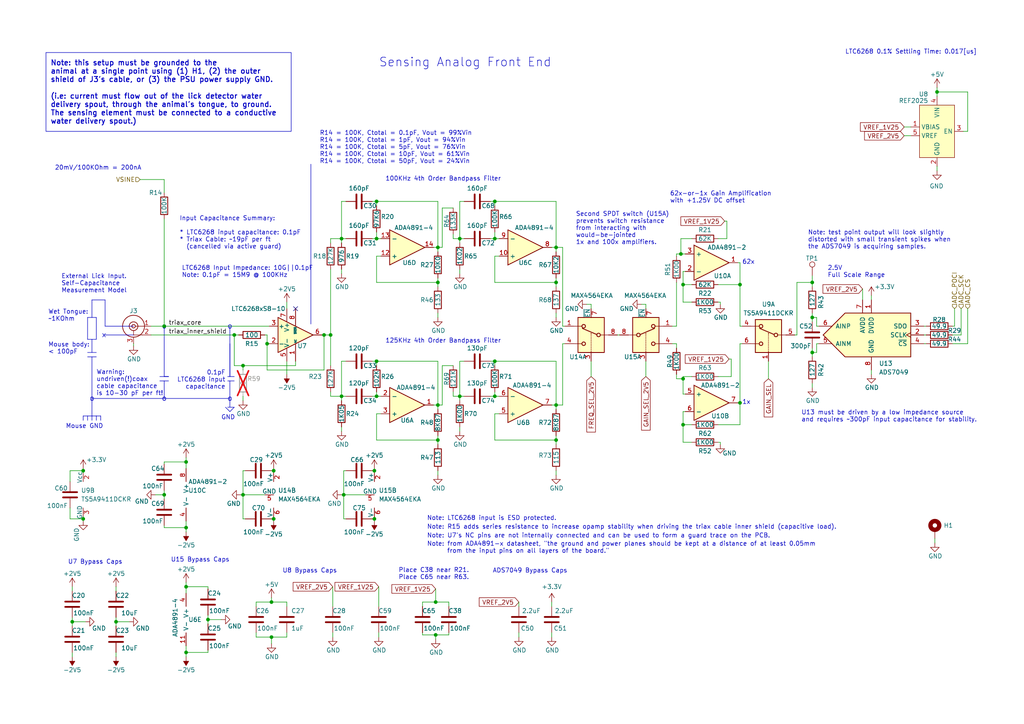
<source format=kicad_sch>
(kicad_sch (version 20231120) (generator "eeschema") (generator_version "8.0")
  (paper "A4")
  (title_block (title "Lickety Split Capacitive Lick Detector Main Board") (date "2023-09-01") (rev "0.10") (company "The Allen Institute for Neural Dynamics"))
  (junction (at 109.22 104.775))
  (junction (at 95.885 97.155))
  (junction (at 77.47 99.695))
  (junction (at 67.945 97.155))
  (junction (at 127 71.755))
  (junction (at 53.975 189.23))
  (junction (at 161.29 81.915))
  (junction (at 79.375 136.525))
  (junction (at 143.51 69.215))
  (junction (at 53.975 153.035))
  (junction (at 161.29 71.755))
  (junction (at 47.625 143.51))
  (junction (at 78.74 174.625))
  (junction (at 271.78 26.67))
  (junction (at 127 127.635))
  (junction (at 99.695 143.51))
  (junction (at 99.06 69.215))
  (junction (at 214.63 116.84))
  (junction (at 126.365 184.15))
  (junction (at 47.625 94.615))
  (junction (at 70.485 106.045))
  (junction (at 24.13 150.495))
  (junction (at 78.74 184.785))
  (junction (at 70.485 143.51))
  (junction (at 109.22 114.935))
  (junction (at 197.485 73.66))
  (junction (at 143.51 104.775))
  (junction (at 126.365 174.625))
  (junction (at 143.51 114.935))
  (junction (at 99.06 114.935))
  (junction (at 235.585 92.075))
  (junction (at 143.51 58.42))
  (junction (at 133.35 69.215))
  (junction (at 60.325 179.705))
  (junction (at 33.655 180.34))
  (junction (at 20.955 180.34))
  (junction (at 93.98 97.155))
  (junction (at 214.63 82.55))
  (junction (at 235.585 81.915))
  (junction (at 161.29 117.475))
  (junction (at 24.13 136.525))
  (junction (at 79.375 150.495))
  (junction (at 109.22 69.215))
  (junction (at 161.29 127.635))
  (junction (at 53.975 133.985))
  (junction (at 108.585 136.525))
  (junction (at 198.12 109.855))
  (junction (at 53.975 170.18))
  (junction (at 108.585 150.495))
  (junction (at 133.35 114.935))
  (junction (at 198.12 123.19))
  (junction (at 198.12 82.55))
  (junction (at 109.22 58.42))
  (junction (at 235.585 102.235))
  (junction (at 127 117.475))
  (junction (at 127 81.915))
  (no_connect (at 85.725 89.535))
  (wire (pts (xy 208.28 123.19) (xy 214.63 123.19)))
  (wire (pts (xy 163.195 99.695) (xy 163.83 99.695)))
  (wire (pts (xy 160.02 174.625) (xy 160.02 175.895)))
  (wire (pts (xy 125.73 117.475) (xy 127 117.475)))
  (wire (pts (xy 198.12 82.55) (xy 200.66 82.55)))
  (wire (pts (xy 150.495 175.895) (xy 150.495 174.625)))
  (wire (pts (xy 210.185 64.135) (xy 210.82 64.135)))
  (wire (pts (xy 236.855 102.235) (xy 235.585 102.235)))
  (wire (pts (xy 122.555 183.515) (xy 122.555 184.15)))
  (wire (pts (xy 77.47 97.155) (xy 76.835 97.155)))
  (wire (pts (xy 95.885 69.215) (xy 95.885 70.485)))
  (wire (pts (xy 100.33 150.495) (xy 99.695 150.495)))
  (polyline (pts (xy 26.67 92.075) (xy 26.67 86.995)))
  (wire (pts (xy 278.765 89.535) (xy 278.765 97.155)))
  (wire (pts (xy 144.78 74.295) (xy 143.51 74.295)))
  (wire (pts (xy 99.06 78.105) (xy 99.06 79.375)))
  (wire (pts (xy 212.09 109.22) (xy 208.28 109.22)))
  (polyline (pts (xy 26.67 102.235) (xy 26.67 98.425)))
  (wire (pts (xy 143.51 114.935) (xy 142.24 114.935)))
  (wire (pts (xy 142.24 104.775) (xy 143.51 104.775)))
  (wire (pts (xy 197.485 69.215) (xy 200.66 69.215)))
  (wire (pts (xy 235.585 90.805) (xy 235.585 92.075)))
  (wire (pts (xy 196.215 81.915) (xy 196.215 94.615)))
  (wire (pts (xy 214.63 116.84) (xy 214.63 123.19)))
  (wire (pts (xy 122.555 184.15) (xy 126.365 184.15)))
  (wire (pts (xy 196.215 109.855) (xy 198.12 109.855)))
  (wire (pts (xy 47.625 52.07) (xy 47.625 55.88)))
  (wire (pts (xy 267.97 97.155) (xy 268.605 97.155)))
  (wire (pts (xy 99.06 104.775) (xy 99.06 114.935)))
  (wire (pts (xy 109.22 127.635) (xy 127 127.635)))
  (wire (pts (xy 93.98 97.155) (xy 93.98 107.315)))
  (wire (pts (xy 78.74 174.625) (xy 83.185 174.625)))
  (wire (pts (xy 109.22 69.215) (xy 107.95 69.215)))
  (wire (pts (xy 99.06 58.42) (xy 99.06 69.215)))
  (wire (pts (xy 267.97 94.615) (xy 268.605 94.615)))
  (wire (pts (xy 70.485 136.525) (xy 71.12 136.525)))
  (wire (pts (xy 280.67 26.67) (xy 271.78 26.67)))
  (wire (pts (xy 231.14 97.155) (xy 231.14 81.915)))
  (wire (pts (xy 127 58.42) (xy 127 71.755)))
  (wire (pts (xy 60.325 179.705) (xy 64.135 179.705)))
  (polyline (pts (xy 26.67 98.425) (xy 27.94 98.425)))
  (wire (pts (xy 78.74 150.495) (xy 79.375 150.495)))
  (wire (pts (xy 133.35 70.485) (xy 133.35 69.215)))
  (wire (pts (xy 127 117.475) (xy 127 118.745)))
  (wire (pts (xy 53.975 170.18) (xy 60.325 170.18)))
  (wire (pts (xy 109.22 58.42) (xy 109.22 59.69)))
  (wire (pts (xy 70.485 143.51) (xy 76.835 143.51)))
  (wire (pts (xy 53.975 153.035) (xy 47.625 153.035)))
  (wire (pts (xy 235.585 111.125) (xy 235.585 112.395)))
  (wire (pts (xy 93.345 97.155) (xy 93.98 97.155)))
  (wire (pts (xy 131.445 106.045) (xy 128.27 106.045)))
  (wire (pts (xy 109.22 67.31) (xy 109.22 69.215)))
  (wire (pts (xy 20.955 180.34) (xy 20.955 181.61)))
  (wire (pts (xy 131.445 69.215) (xy 133.35 69.215)))
  (polyline (pts (xy 27.94 120.65) (xy 27.94 121.92)))
  (wire (pts (xy 60.325 170.815) (xy 60.325 170.18)))
  (wire (pts (xy 128.27 60.325) (xy 131.445 60.325)))
  (wire (pts (xy 133.35 116.205) (xy 133.35 114.935)))
  (wire (pts (xy 95.885 114.935) (xy 95.885 113.665)))
  (polyline (pts (xy 30.48 94.615) (xy 30.48 86.995)))
  (wire (pts (xy 109.22 74.295) (xy 109.22 81.915)))
  (wire (pts (xy 150.495 183.515) (xy 150.495 184.785)))
  (wire (pts (xy 210.82 64.135) (xy 210.82 69.215)))
  (wire (pts (xy 133.35 58.42) (xy 133.35 69.215)))
  (wire (pts (xy 198.12 109.22) (xy 200.66 109.22)))
  (wire (pts (xy 212.09 104.14) (xy 212.09 109.22)))
  (wire (pts (xy 134.62 69.215) (xy 133.35 69.215)))
  (wire (pts (xy 267.97 99.695) (xy 268.605 99.695)))
  (wire (pts (xy 38.735 99.695) (xy 38.735 100.33)))
  (wire (pts (xy 143.51 58.42) (xy 143.51 59.69)))
  (wire (pts (xy 53.975 168.91) (xy 53.975 170.18)))
  (wire (pts (xy 187.325 104.775) (xy 187.325 109.22)))
  (wire (pts (xy 160.02 184.785) (xy 160.02 183.515)))
  (wire (pts (xy 24.13 150.495) (xy 24.13 151.13)))
  (wire (pts (xy 83.185 183.515) (xy 83.185 184.785)))
  (wire (pts (xy 208.915 87.63) (xy 208.915 88.265)))
  (wire (pts (xy 83.185 175.895) (xy 83.185 174.625)))
  (polyline (pts (xy 47.625 115.57) (xy 47.625 110.49)))
  (wire (pts (xy 33.655 180.34) (xy 37.465 180.34)))
  (wire (pts (xy 53.975 151.13) (xy 53.975 153.035)))
  (wire (pts (xy 70.485 106.045) (xy 67.945 106.045)))
  (polyline (pts (xy 66.675 109.22) (xy 66.675 94.615)))
  (wire (pts (xy 79.375 135.89) (xy 79.375 136.525)))
  (wire (pts (xy 130.175 184.15) (xy 130.175 183.515)))
  (wire (pts (xy 236.855 94.615) (xy 236.855 92.075)))
  (wire (pts (xy 78.74 136.525) (xy 79.375 136.525)))
  (wire (pts (xy 33.655 189.23) (xy 33.655 190.5)))
  (wire (pts (xy 20.955 189.23) (xy 20.955 190.5)))
  (wire (pts (xy 252.73 107.315) (xy 252.73 108.585)))
  (wire (pts (xy 127 127.635) (xy 127 128.905)))
  (wire (pts (xy 171.45 88.265) (xy 170.18 88.265)))
  (wire (pts (xy 143.51 67.31) (xy 143.51 69.215)))
  (wire (pts (xy 208.915 128.27) (xy 208.915 128.905)))
  (wire (pts (xy 198.12 119.38) (xy 198.755 119.38)))
  (wire (pts (xy 142.24 58.42) (xy 143.51 58.42)))
  (wire (pts (xy 179.07 97.155) (xy 179.705 97.155)))
  (wire (pts (xy 196.215 108.585) (xy 196.215 109.855)))
  (wire (pts (xy 198.12 82.55) (xy 198.12 87.63)))
  (wire (pts (xy 280.67 38.1) (xy 279.4 38.1)))
  (wire (pts (xy 126.365 170.815) (xy 126.365 174.625)))
  (wire (pts (xy 194.945 99.695) (xy 196.215 99.695)))
  (wire (pts (xy 99.695 143.51) (xy 99.695 136.525)))
  (polyline (pts (xy 24.13 120.65) (xy 27.94 120.65)))
  (wire (pts (xy 60.325 179.705) (xy 60.325 180.975)))
  (wire (pts (xy 143.51 104.775) (xy 161.29 104.775)))
  (wire (pts (xy 171.45 104.775) (xy 171.45 109.22)))
  (polyline (pts (xy 66.04 110.49) (xy 67.945 110.49)))
  (polyline (pts (xy 66.04 109.22) (xy 67.945 109.22)))
  (wire (pts (xy 110.49 74.295) (xy 109.22 74.295)))
  (wire (pts (xy 78.74 174.625) (xy 78.74 173.355)))
  (wire (pts (xy 214.63 99.695) (xy 214.63 116.84)))
  (wire (pts (xy 20.32 136.525) (xy 24.13 136.525)))
  (wire (pts (xy 20.955 170.18) (xy 20.955 171.45)))
  (wire (pts (xy 108.585 150.495) (xy 108.585 151.13)))
  (wire (pts (xy 214.63 82.55) (xy 214.63 94.615)))
  (wire (pts (xy 100.33 58.42) (xy 99.06 58.42)))
  (wire (pts (xy 108.585 136.525) (xy 108.585 137.16)))
  (wire (pts (xy 276.86 89.535) (xy 276.86 94.615)))
  (wire (pts (xy 79.375 136.525) (xy 79.375 137.16)))
  (wire (pts (xy 186.055 88.265) (xy 187.325 88.265)))
  (wire (pts (xy 99.06 114.935) (xy 100.33 114.935)))
  (wire (pts (xy 109.22 114.935) (xy 110.49 114.935)))
  (wire (pts (xy 79.375 149.86) (xy 79.375 150.495)))
  (wire (pts (xy 196.215 99.695) (xy 196.215 100.965)))
  (wire (pts (xy 236.855 99.695) (xy 236.855 102.235)))
  (wire (pts (xy 47.625 134.62) (xy 47.625 133.985)))
  (wire (pts (xy 208.28 69.215) (xy 210.82 69.215)))
  (wire (pts (xy 143.51 69.215) (xy 144.78 69.215)))
  (wire (pts (xy 252.73 85.725) (xy 252.73 86.995)))
  (wire (pts (xy 133.35 104.775) (xy 133.35 114.935)))
  (wire (pts (xy 208.28 87.63) (xy 208.915 87.63)))
  (wire (pts (xy 107.95 136.525) (xy 108.585 136.525)))
  (wire (pts (xy 100.33 104.775) (xy 99.06 104.775)))
  (wire (pts (xy 134.62 58.42) (xy 133.35 58.42)))
  (polyline (pts (xy 66.675 119.38) (xy 67.945 118.11)))
  (polyline (pts (xy 90.17 47.625) (xy 90.17 93.98)))
  (wire (pts (xy 122.555 174.625) (xy 126.365 174.625)))
  (wire (pts (xy 187.325 88.265) (xy 187.325 89.535)))
  (wire (pts (xy 122.555 175.895) (xy 122.555 174.625)))
  (wire (pts (xy 235.585 100.965) (xy 235.585 102.235)))
  (wire (pts (xy 196.215 94.615) (xy 194.945 94.615)))
  (polyline (pts (xy 27.94 98.425) (xy 27.94 92.075)))
  (wire (pts (xy 78.74 184.785) (xy 74.295 184.785)))
  (wire (pts (xy 163.195 99.695) (xy 163.195 117.475)))
  (polyline (pts (xy 47.625 109.22) (xy 48.895 109.22)))
  (wire (pts (xy 33.655 170.18) (xy 33.655 171.45)))
  (wire (pts (xy 133.35 78.105) (xy 133.35 79.375)))
  (wire (pts (xy 85.725 106.045) (xy 70.485 106.045)))
  (wire (pts (xy 163.195 94.615) (xy 163.83 94.615)))
  (wire (pts (xy 271.145 156.21) (xy 271.145 157.48)))
  (wire (pts (xy 96.52 170.18) (xy 96.52 175.895)))
  (polyline (pts (xy 66.675 118.11) (xy 66.675 110.49)))
  (wire (pts (xy 20.955 179.07) (xy 20.955 180.34)))
  (wire (pts (xy 278.765 97.155) (xy 276.225 97.155)))
  (polyline (pts (xy 26.67 120.65) (xy 26.67 121.92)))
  (wire (pts (xy 109.22 120.015) (xy 109.22 127.635)))
  (wire (pts (xy 126.365 184.15) (xy 130.175 184.15)))
  (wire (pts (xy 198.12 123.19) (xy 198.12 128.27)))
  (wire (pts (xy 222.885 109.855) (xy 222.885 104.775)))
  (wire (pts (xy 67.945 97.155) (xy 69.215 97.155)))
  (wire (pts (xy 24.13 149.86) (xy 24.13 150.495)))
  (polyline (pts (xy 30.48 97.155) (xy 38.735 97.155)))
  (wire (pts (xy 107.95 104.775) (xy 109.22 104.775)))
  (wire (pts (xy 78.74 184.785) (xy 78.74 186.69)))
  (wire (pts (xy 143.51 114.935) (xy 144.78 114.935)))
  (wire (pts (xy 198.12 87.63) (xy 200.66 87.63)))
  (wire (pts (xy 127 90.805) (xy 127 92.075)))
  (wire (pts (xy 47.625 142.24) (xy 47.625 143.51)))
  (polyline (pts (xy 46.355 110.49) (xy 48.895 110.49)))
  (wire (pts (xy 69.85 143.51) (xy 70.485 143.51)))
  (wire (pts (xy 109.22 69.215) (xy 110.49 69.215)))
  (polyline (pts (xy 25.4 92.075) (xy 25.4 98.425)))
  (wire (pts (xy 99.06 69.215) (xy 100.33 69.215)))
  (wire (pts (xy 79.375 150.495) (xy 79.375 151.13)))
  (wire (pts (xy 231.14 81.915) (xy 235.585 81.915)))
  (wire (pts (xy 109.22 114.935) (xy 107.95 114.935)))
  (wire (pts (xy 74.295 175.895) (xy 74.295 174.625)))
  (wire (pts (xy 33.655 179.07) (xy 33.655 180.34)))
  (wire (pts (xy 131.445 114.935) (xy 131.445 113.665)))
  (wire (pts (xy 280.67 99.695) (xy 276.225 99.695)))
  (wire (pts (xy 264.16 36.83) (xy 262.255 36.83)))
  (wire (pts (xy 235.585 83.185) (xy 235.585 81.915)))
  (wire (pts (xy 161.29 117.475) (xy 161.29 118.745)))
  (wire (pts (xy 276.86 94.615) (xy 276.225 94.615)))
  (polyline (pts (xy 30.48 94.615) (xy 38.735 94.615)))
  (wire (pts (xy 53.975 133.985) (xy 47.625 133.985)))
  (wire (pts (xy 127 81.915) (xy 127 80.645)))
  (wire (pts (xy 250.19 83.82) (xy 250.19 86.995)))
  (wire (pts (xy 196.215 73.66) (xy 197.485 73.66)))
  (wire (pts (xy 131.445 114.935) (xy 133.35 114.935)))
  (wire (pts (xy 83.185 87.63) (xy 83.185 89.535)))
  (wire (pts (xy 161.29 136.525) (xy 161.29 137.795)))
  (wire (pts (xy 20.32 139.7) (xy 20.32 136.525)))
  (wire (pts (xy 53.975 153.035) (xy 53.975 154.305)))
  (wire (pts (xy 53.975 187.325) (xy 53.975 189.23)))
  (wire (pts (xy 126.365 174.625) (xy 130.175 174.625)))
  (wire (pts (xy 108.585 149.86) (xy 108.585 150.495)))
  (wire (pts (xy 197.485 73.66) (xy 197.485 69.215)))
  (wire (pts (xy 236.855 92.075) (xy 235.585 92.075)))
  (wire (pts (xy 161.29 81.915) (xy 161.29 80.645)))
  (wire (pts (xy 197.485 73.66) (xy 198.755 73.66)))
  (wire (pts (xy 127 81.915) (xy 127 83.185)))
  (wire (pts (xy 83.185 104.775) (xy 83.185 108.585)))
  (polyline (pts (xy 25.4 120.65) (xy 25.4 121.92)))
  (wire (pts (xy 127 104.775) (xy 127 117.475)))
  (wire (pts (xy 235.585 102.235) (xy 235.585 103.505)))
  (wire (pts (xy 171.45 89.535) (xy 171.45 88.265)))
  (wire (pts (xy 235.585 80.01) (xy 235.585 81.915)))
  (wire (pts (xy 133.35 123.825) (xy 133.35 125.095)))
  (wire (pts (xy 109.22 58.42) (xy 127 58.42)))
  (polyline (pts (xy 26.67 103.505) (xy 26.67 115.57)))
  (wire (pts (xy 24.13 136.525) (xy 24.13 137.16)))
  (wire (pts (xy 99.06 70.485) (xy 99.06 69.215)))
  (wire (pts (xy 271.78 26.67) (xy 271.78 27.94)))
  (wire (pts (xy 161.29 90.805) (xy 161.29 92.075)))
  (wire (pts (xy 280.67 26.67) (xy 280.67 38.1)))
  (polyline (pts (xy 26.67 115.57) (xy 66.675 115.57)))
  (wire (pts (xy 109.22 81.915) (xy 127 81.915)))
  (polyline (pts (xy 47.625 109.22) (xy 47.625 94.615)))
  (polyline (pts (xy 66.675 119.38) (xy 65.405 118.11)))
  (wire (pts (xy 127 136.525) (xy 127 137.795)))
  (wire (pts (xy 143.51 120.015) (xy 143.51 127.635)))
  (wire (pts (xy 143.51 74.295) (xy 143.51 81.915)))
  (wire (pts (xy 161.29 127.635) (xy 161.29 128.905)))
  (wire (pts (xy 200.66 128.27) (xy 198.12 128.27)))
  (wire (pts (xy 47.625 63.5) (xy 47.625 94.615)))
  (wire (pts (xy 143.51 104.775) (xy 143.51 106.045)))
  (wire (pts (xy 237.49 94.615) (xy 236.855 94.615)))
  (polyline (pts (xy 25.4 98.425) (xy 26.67 98.425)))
  (wire (pts (xy 214.63 116.84) (xy 213.995 116.84)))
  (wire (pts (xy 95.885 114.935) (xy 99.06 114.935)))
  (wire (pts (xy 99.695 143.51) (xy 106.045 143.51)))
  (wire (pts (xy 128.27 117.475) (xy 127 117.475)))
  (wire (pts (xy 208.28 128.27) (xy 208.915 128.27)))
  (wire (pts (xy 33.655 180.34) (xy 33.655 181.61)))
  (wire (pts (xy 70.485 106.045) (xy 70.485 107.315)))
  (wire (pts (xy 271.78 48.26) (xy 271.78 49.53)))
  (wire (pts (xy 85.725 104.775) (xy 85.725 106.045)))
  (wire (pts (xy 163.195 71.755) (xy 163.195 94.615)))
  (polyline (pts (xy 29.21 120.65) (xy 29.21 121.92)))
  (wire (pts (xy 231.14 97.155) (xy 230.505 97.155)))
  (wire (pts (xy 198.12 109.855) (xy 198.12 114.3)))
  (wire (pts (xy 47.625 94.615) (xy 78.105 94.615)))
  (wire (pts (xy 70.485 114.935) (xy 70.485 116.205)))
  (wire (pts (xy 53.975 170.18) (xy 53.975 172.085)))
  (wire (pts (xy 77.47 99.695) (xy 77.47 107.315)))
  (polyline (pts (xy 26.67 115.57) (xy 26.67 120.65)))
  (wire (pts (xy 144.78 120.015) (xy 143.51 120.015)))
  (wire (pts (xy 77.47 99.695) (xy 77.47 97.155)))
  (wire (pts (xy 143.51 127.635) (xy 161.29 127.635)))
  (wire (pts (xy 110.49 120.015) (xy 109.22 120.015)))
  (wire (pts (xy 20.32 147.32) (xy 20.32 150.495)))
  (wire (pts (xy 71.12 150.495) (xy 70.485 150.495)))
  (wire (pts (xy 143.51 58.42) (xy 161.29 58.42)))
  (wire (pts (xy 93.98 97.155) (xy 95.885 97.155)))
  (wire (pts (xy 77.47 99.695) (xy 78.105 99.695)))
  (wire (pts (xy 127 71.755) (xy 128.27 71.755)))
  (polyline (pts (xy 27.94 92.075) (xy 25.4 92.075)))
  (wire (pts (xy 74.295 174.625) (xy 78.74 174.625)))
  (wire (pts (xy 271.78 25.4) (xy 271.78 26.67)))
  (wire (pts (xy 143.51 81.915) (xy 161.29 81.915)))
  (wire (pts (xy 67.945 106.045) (xy 67.945 97.155)))
  (wire (pts (xy 74.295 184.785) (xy 74.295 183.515)))
  (wire (pts (xy 109.22 113.665) (xy 109.22 114.935)))
  (wire (pts (xy 109.22 104.775) (xy 127 104.775)))
  (wire (pts (xy 198.12 78.74) (xy 198.12 82.55)))
  (wire (pts (xy 128.27 60.325) (xy 128.27 71.755)))
  (wire (pts (xy 161.29 104.775) (xy 161.29 117.475)))
  (wire (pts (xy 53.975 132.715) (xy 53.975 133.985)))
  (wire (pts (xy 214.63 99.695) (xy 215.265 99.695)))
  (wire (pts (xy 70.485 150.495) (xy 70.485 143.51)))
  (wire (pts (xy 198.12 109.22) (xy 198.12 109.855)))
  (wire (pts (xy 160.02 117.475) (xy 161.29 117.475)))
  (wire (pts (xy 53.975 189.23) (xy 53.975 190.5)))
  (wire (pts (xy 99.06 123.825) (xy 99.06 125.095)))
  (wire (pts (xy 211.455 104.14) (xy 212.09 104.14)))
  (polyline (pts (xy 27.94 120.65) (xy 29.21 120.65)))
  (wire (pts (xy 70.485 143.51) (xy 70.485 136.525)))
  (wire (pts (xy 109.855 183.515) (xy 109.855 184.785)))
  (wire (pts (xy 95.885 97.155) (xy 95.885 106.045)))
  (wire (pts (xy 198.12 123.19) (xy 200.66 123.19)))
  (polyline (pts (xy 24.13 120.65) (xy 24.13 121.92)))
  (wire (pts (xy 198.12 78.74) (xy 198.755 78.74)))
  (wire (pts (xy 43.815 94.615) (xy 47.625 94.615)))
  (wire (pts (xy 78.74 184.785) (xy 83.185 184.785)))
  (wire (pts (xy 214.63 82.55) (xy 214.63 76.2)))
  (polyline (pts (xy 30.48 86.995) (xy 26.67 86.995)))
  (wire (pts (xy 214.63 94.615) (xy 215.265 94.615)))
  (wire (pts (xy 126.365 184.15) (xy 126.365 185.42)))
  (wire (pts (xy 161.29 71.755) (xy 163.195 71.755)))
  (wire (pts (xy 161.29 127.635) (xy 161.29 126.365)))
  (wire (pts (xy 60.325 188.595) (xy 60.325 189.23)))
  (wire (pts (xy 109.855 170.18) (xy 109.855 175.895)))
  (wire (pts (xy 214.63 76.2) (xy 213.995 76.2)))
  (wire (pts (xy 99.06 143.51) (xy 99.695 143.51)))
  (wire (pts (xy 143.51 69.215) (xy 142.24 69.215)))
  (wire (pts (xy 43.815 97.155) (xy 67.945 97.155)))
  (wire (pts (xy 235.585 92.075) (xy 235.585 93.345)))
  (wire (pts (xy 47.625 143.51) (xy 47.625 144.78)))
  (wire (pts (xy 108.585 135.89) (xy 108.585 136.525)))
  (wire (pts (xy 20.955 180.34) (xy 24.765 180.34)))
  (wire (pts (xy 99.695 150.495) (xy 99.695 143.51)))
  (wire (pts (xy 161.29 58.42) (xy 161.29 71.755)))
  (wire (pts (xy 161.29 81.915) (xy 161.29 83.185)))
  (polyline (pts (xy 46.355 109.22) (xy 48.895 109.22)))
  (wire (pts (xy 53.975 189.23) (xy 60.325 189.23)))
  (wire (pts (xy 99.06 116.205) (xy 99.06 114.935)))
  (wire (pts (xy 47.625 143.51) (xy 45.085 143.51)))
  (wire (pts (xy 47.625 152.4) (xy 47.625 153.035)))
  (wire (pts (xy 264.16 39.37) (xy 262.255 39.37)))
  (wire (pts (xy 196.215 73.66) (xy 196.215 74.295)))
  (wire (pts (xy 161.29 71.755) (xy 160.02 71.755)))
  (wire (pts (xy 53.975 133.985) (xy 53.975 135.89)))
  (wire (pts (xy 128.27 106.045) (xy 128.27 117.475)))
  (wire (pts (xy 60.325 178.435) (xy 60.325 179.705)))
  (wire (pts (xy 96.52 183.515) (xy 96.52 184.785)))
  (wire (pts (xy 99.695 136.525) (xy 100.33 136.525)))
  (wire (pts (xy 77.47 107.315) (xy 93.98 107.315)))
  (wire (pts (xy 130.175 174.625) (xy 130.175 175.895)))
  (wire (pts (xy 95.885 69.215) (xy 99.06 69.215)))
  (wire (pts (xy 237.49 99.695) (xy 236.855 99.695)))
  (wire (pts (xy 198.12 119.38) (xy 198.12 123.19)))
  (wire (pts (xy 161.29 73.025) (xy 161.29 71.755)))
  (wire (pts (xy 107.95 58.42) (xy 109.22 58.42)))
  (wire (pts (xy 280.67 89.535) (xy 280.67 99.695)))
  (wire (pts (xy 20.32 150.495) (xy 24.13 150.495)))
  (wire (pts (xy 95.885 78.105) (xy 95.885 97.155)))
  (wire (pts (xy 134.62 104.775) (xy 133.35 104.775)))
  (polyline (pts (xy 67.945 118.11) (xy 66.04 118.11)))
  (wire (pts (xy 127 71.755) (xy 125.73 71.755)))
  (wire (pts (xy 131.445 67.945) (xy 131.445 69.215)))
  (wire (pts (xy 161.29 117.475) (xy 163.195 117.475)))
  (wire (pts (xy 107.95 150.495) (xy 108.585 150.495)))
  (wire (pts (xy 24.13 135.89) (xy 24.13 136.525)))
  (wire (pts (xy 208.28 82.55) (xy 214.63 82.55)))
  (wire (pts (xy 109.22 104.775) (xy 109.22 106.045)))
  (wire (pts (xy 198.12 114.3) (xy 198.755 114.3)))
  (wire (pts (xy 127 127.635) (xy 127 126.365)))
  (wire (pts (xy 40.64 52.07) (xy 47.625 52.07)))
  (wire (pts (xy 133.35 114.935) (xy 134.62 114.935)))
  (wire (pts (xy 143.51 113.665) (xy 143.51 114.935)))
  (polyline (pts (xy 25.4 102.235) (xy 27.94 102.235)))
  (polyline (pts (xy 66.675 109.22) (xy 66.675 99.695)))
  (polyline (pts (xy 25.4 103.505) (xy 27.94 103.505)))
  (wire (pts (xy 127 73.025) (xy 127 71.755)))
  (rectangle (start 13.335 15.24) (end 84.455 38.1))
  (text "x" (at 29.464 98.171 0) (effects (font (size 1.5 1.5)) (justify left bottom)))
  (text "0.1pF\nLTC6268 input\ncapacitance" (at 65.405 113.03 0) (effects (font (size 1.27 1.27)) (justify right bottom)))
  (text "LTC6268 0.1% Settling Time: 0.017[us]" (at 245.11 15.875 0) (effects (font (size 1.27 1.27)) (justify left bottom)))
  (text "o" (at 25.908 116.586 0) (effects (font (size 1.5 1.5)) (justify left bottom)))
  (text "LTC6268 Input Impedance: 10G||0.1pF\nNote: 0.1pF = 15M9 @ 100KHz" (at 52.705 80.645 0) (effects (font (size 1.27 1.27)) (justify left bottom)))
  (text "125KHz 4th Order Bandpass Filter" (at 111.76 99.695 0) (effects (font (size 1.27 1.27)) (justify left bottom)))
  (text "100KHz 4th Order Bandpass Filter" (at 111.76 52.705 0) (effects (font (size 1.27 1.27)) (justify left bottom)))
  (text "GND" (at 64.135 121.92 0) (effects (font (size 1.27 1.27)) (justify left bottom)))
  (text "U13 must be driven by a low impedance source \nand requires ~300pF input capacitance for stability." (at 232.41 122.555 0) (effects (font (size 1.27 1.27)) (justify left bottom)))
  (text "Sensing Analog Front End" (at 109.855 19.685 0) (effects (font (size 2.54 2.54)) (justify left bottom)))
  (text "Mouse GND" (at 19.05 124.46 0) (effects (font (size 1.27 1.27)) (justify left bottom)))
  (text "\nWet Tongue:\n~1KOhm" (at 13.97 93.345 0) (effects (font (size 1.27 1.27)) (justify left bottom)))
  (text "o" (at 46.863 116.586 0) (effects (font (size 1.5 1.5)) (justify left bottom)))
  (text "U15 Bypass Caps" (at 49.53 163.195 0) (effects (font (size 1.27 1.27)) (justify left bottom)))
  (text "o" (at 65.913 95.631 0) (effects (font (size 1.5 1.5)) (justify left bottom)))
  (text "62x" (at 215.265 76.835 0) (effects (font (size 1.27 1.27)) (justify left bottom)))
  (text "Place C38 near R21.\nPlace C65 near R63." (at 115.57 168.275 0) (effects (font (size 1.27 1.27)) (justify left bottom)))
  (text "o" (at 65.913 116.586 0) (effects (font (size 1.5 1.5)) (justify left bottom)))
  (text "62x-or-1x Gain Amplification\nwith +1.25V DC offset" (at 194.31 59.055 0) (effects (font (size 1.27 1.27)) (justify left bottom)))
  (text "Note: R15 adds series resistance to increase opamp stability when driving the triax cable inner shield (capacitive load)." (at 123.825 153.67 0) (effects (font (size 1.27 1.27)) (justify left bottom)))
  (text "Note: this setup must be grounded to the \nanimal at a single point using (1) H1, (2) the outer\nshield of J3's cable, or (3) the PSU power supply GND.\n\n(i.e: current must flow out of the lick detector water \ndelivery spout, through the animal's tongue, to ground. \nThe sensing element must be connected to a conductive \nwater delivery spout.) " (at 14.605 36.195 0) (effects (font (size 1.5 1.5) (thickness 0.254) (bold yes)) (justify left bottom)))
  (text "Note: LTC6268 input is ESD protected." (at 123.825 151.13 0) (effects (font (size 1.27 1.27)) (justify left bottom)))
  (text "o" (at 46.863 95.631 0) (effects (font (size 1.5 1.5)) (justify left bottom)))
  (text "U7 Bypass Caps" (at 19.685 163.83 0) (effects (font (size 1.27 1.27)) (justify left bottom)))
  (text "20mV/100KOhm = 200nA" (at 15.875 49.53 0) (effects (font (size 1.27 1.27)) (justify left bottom)))
  (text "Input Capacitance Summary:\n\n* LTC6268 input capacitance: 0.1pF\n* Triax Cable: ~19pF per ft \n  (cancelled via active guard)" (at 52.07 72.39 0) (effects (font (size 1.27 1.27)) (justify left bottom)))
  (text "External Lick Input.\nSelf-Capacitance\nMeasurement Model" (at 17.78 85.09 0) (effects (font (size 1.27 1.27)) (justify left bottom)))
  (text "2.5V \nFull Scale Range" (at 240.03 80.645 0) (effects (font (size 1.27 1.27)) (justify left bottom)))
  (text "Second SPDT switch (U15A)\nprevents switch resistance\nfrom interacting with\nwould-be-jointed\n1x and 100x amplifiers." (at 167.005 71.12 0) (effects (font (size 1.27 1.27)) (justify left bottom)))
  (text "Note: test point output will look slightly \ndistorted with small transient spikes when\nthe ADS7049 is acquiring samples." (at 234.315 72.39 0) (effects (font (size 1.27 1.27)) (justify left bottom)))
  (text "Warning:\nundriven(!)coax\ncable capacitance\nis 10-30 pF per ft!" (at 27.94 114.935 0) (effects (font (size 1.27 1.27)) (justify left bottom)))
  (text "ADS7049 Bypass Caps" (at 142.875 166.37 0) (effects (font (size 1.27 1.27)) (justify left bottom)))
  (text "Note: from ADA4891-x datasheet, \"the ground and power planes should be kept at a distance of at least 0.05mm\n      from the input pins on all layers of the board.\"" (at 123.825 160.655 0) (effects (font (size 1.27 1.27)) (justify left bottom)))
  (text "R14 = 100K, Ctotal = 0.1pF, Vout = 99%Vin\nR14 = 100K, Ctotal = 1pF, Vout = 94%Vin\nR14 = 100K, Ctotal = 5pF, Vout = 76%Vin\nR14 = 100K, Ctotal = 10pF, Vout = 61%Vin\nR14 = 100K, Ctotal = 50pF, Vout = 24%Vin" (at 92.71 47.625 0) (effects (font (size 1.27 1.27)) (justify left bottom)))
  (text "1x" (at 215.265 117.475 0) (effects (font (size 1.27 1.27)) (justify left bottom)))
  (text "Note: U7's NC pins are not internally connected and can be used to form a guard trace on the PCB." (at 123.825 156.21 0) (effects (font (size 1.27 1.27)) (justify left bottom)))
  (text "U8 Bypass Caps" (at 81.915 166.37 0) (effects (font (size 1.27 1.27)) (justify left bottom)))
  (text "Mouse body:\n< 100pF" (at 13.97 102.87 0) (effects (font (size 1.27 1.27)) (justify left bottom)))
  (label "triax_core" (at 48.895 94.615 0))
  (label "triax_inner_shield" (at 48.895 97.155 0))
  (global_label "VREF_1V25" (shape input) (at 109.855 170.18 180) (property "Intersheetrefs" "${INTERSHEET_REFS}" (effects (hide yes))))
  (global_label "VREF_2V5" (shape input) (at 96.52 170.18 180) (property "Intersheetrefs" "${INTERSHEET_REFS}" (effects (hide yes))))
  (global_label "VREF_1V25" (shape input) (at 262.255 36.83 180) (property "Intersheetrefs" "${INTERSHEET_REFS}" (effects (hide yes))))
  (global_label "VREF_1V25" (shape input) (at 210.185 64.135 180) (property "Intersheetrefs" "${INTERSHEET_REFS}" (effects (hide yes))))
  (global_label "GAIN_SEL" (shape input) (at 222.885 109.855 270) (property "Intersheetrefs" "${INTERSHEET_REFS}" (effects (hide yes))))
  (global_label "FREQ_SEL_2V5" (shape input) (at 171.45 109.22 270) (property "Intersheetrefs" "${INTERSHEET_REFS}" (effects (hide yes))))
  (global_label "VREF_2V5" (shape input) (at 262.255 39.37 180) (property "Intersheetrefs" "${INTERSHEET_REFS}" (effects (hide yes))))
  (global_label "GAIN_SEL_2V5" (shape input) (at 187.325 109.22 270) (property "Intersheetrefs" "${INTERSHEET_REFS}" (effects (hide yes))))
  (global_label "VREF_2V5" (shape input) (at 150.495 174.625 180) (property "Intersheetrefs" "${INTERSHEET_REFS}" (effects (hide yes))))
  (global_label "VREF_1V25" (shape input) (at 126.365 170.815 180) (property "Intersheetrefs" "${INTERSHEET_REFS}" (effects (hide yes))))
  (global_label "VREF_1V25" (shape input) (at 211.455 104.14 180) (property "Intersheetrefs" "${INTERSHEET_REFS}" (effects (hide yes))))
  (global_label "VREF_2V5" (shape input) (at 250.19 83.82 180) (property "Intersheetrefs" "${INTERSHEET_REFS}" (effects (hide yes))))
  (hierarchical_label "ADC_CS" (shape input) (at 280.67 89.535 90))
  (hierarchical_label "ADC_SCK" (shape input) (at 278.765 89.535 90))
  (hierarchical_label "VSINE" (shape input) (at 40.64 52.07 180))
  (hierarchical_label "ADC_POCI" (shape input) (at 276.86 89.535 90))
  (symbol (lib_id "Device:R") (at 204.47 69.215 270) (unit 1)
    (property "Reference" "R21" (at 204.47 66.675 90))
    (property "Value" "62K" (at 204.47 69.215 90))
    (property "Footprint" "Resistor_SMD:R_0402_1005Metric" (effects (hide yes)))
    (property "Datasheet" "https://www.yageo.com/upload/media/product/app/datasheet/rchip/pyu-rt_1-to-0.01_rohs_l.pdf" (effects (hide yes)))
    (property "Link" "https://www.digikey.com/en/products/detail/yageo/RT0402BRD0762KL/1069354" (effects (hide yes)))
    (property "Manufacturer" "Yageo" (effects (hide yes)))
    (property "Manufacturer Number" "RT0402BRD0762KL" (effects (hide yes)))
    (property "Tolerance" "0.1%" (effects (hide yes)))
  )
  (symbol (lib_id "power:GND") (at 133.35 79.375 0) (unit 1)
    (property "Reference" "#PWR0134" (effects (hide yes)))
    (property "Value" "GND" (at 131.445 83.185 0) (effects (justify left)))
  )
  (symbol (lib_id "power:GND") (at 99.06 143.51 270) (unit 1)
    (property "Reference" "#PWR0137" (effects (hide yes)))
    (property "Value" "GND" (at 99.06 146.05 90) (effects (justify right)))
  )
  (symbol (lib_id "kicad_component_library:ADA4891-4") (at 149.86 117.475 0) (mirror x) (unit 2)
    (property "Reference" "U6" (at 151.765 122.555 0))
    (property "Value" "ADA4891-4" (at 154.305 111.76 0))
    (property "Footprint" "Package_SO:TSSOP-14_4.4x5mm_P0.65mm" (effects (hide yes)))
    (property "Datasheet" "https://www.analog.com/media/en/technical-documentation/data-sheets/ADA4891-1_4891-2_4891-3_4891-4.PDF" (effects (hide yes)))
    (property "Manufacturer" "Analog Devices Inc." (effects (hide yes)))
    (property "Manufacturer Number" "ADA4891-4WARUZ-R7" (effects (hide yes)))
    (property "Link" "https://www.digikey.com/en/products/detail/analog-devices-inc/ADA4891-4WARUZ-R7/4915090" (effects (hide yes)))
    (property "Notes" "Recommended bypass capacitor size is 0508." (effects (hide yes)))
  )
  (symbol (lib_id "power:GND") (at 271.78 49.53 0) (mirror y) (unit 1)
    (property "Reference" "#PWR071" (effects (hide yes)))
    (property "Value" "GND" (at 273.685 53.975 0) (effects (justify left)))
  )
  (symbol (lib_id "power:GND") (at 24.765 180.34 90) (unit 1)
    (property "Reference" "#PWR042" (effects (hide yes)))
    (property "Value" "GND" (at 26.67 182.245 90) (effects (justify right)))
  )
  (symbol (lib_id "Device:R") (at 161.29 86.995 180) (unit 1)
    (property "Reference" "R68" (at 158.115 86.995 0))
    (property "Value" "137" (at 161.29 86.995 90))
    (property "Footprint" "Resistor_SMD:R_0402_1005Metric" (effects (hide yes)))
    (property "Datasheet" "https://industrial.panasonic.com/cdbs/www-data/pdf/RDM0000/AOA0000C307.pdf" (effects (hide yes)))
    (property "Tolerance" "0.1%" (effects (hide yes)))
    (property "Link" "https://www.digikey.com/en/products/detail/panasonic-electronic-components/ERA-2AEB1370X/2025974" (effects (hide yes)))
    (property "Manufacturer" "Panasonic Electronic Components" (effects (hide yes)))
    (property "Manufacturer Number" "ERA-2AEB1370X" (effects (hide yes)))
  )
  (symbol (lib_id "power:+2V5") (at 108.585 135.89 0) (unit 1)
    (property "Reference" "#PWR0144" (effects (hide yes)))
    (property "Value" "+2V5" (at 108.585 132.08 0))
  )
  (symbol (lib_id "Device:C") (at 20.955 185.42 180) (unit 1)
    (property "Reference" "C21" (at 24.765 182.88 0) (effects (justify left)))
    (property "Value" "100nF" (at 27.305 187.96 0) (effects (justify left)))
    (property "Footprint" "Capacitor_SMD:C_0402_1005Metric" (effects (hide yes)))
    (property "Datasheet" "http://www.passivecomponent.com/wp-content/uploads/datasheet/WTC_MLCC_General_Purpose.pdf" (effects (hide yes)))
    (property "Link" "https://www.digikey.com/en/products/detail/walsin-technology-corporation/0402B104K160CT/6707534" (effects (hide yes)))
    (property "Manufacturer" "Walson Technology Corporation" (effects (hide yes)))
    (property "Manufacturer Number" "0402B104K160CT" (effects (hide yes)))
    (property "Rated Voltage" "16V" (effects (hide yes)))
    (property "Temperature Coefficient" "X7R" (effects (hide yes)))
    (property "Tolerance" "10%" (effects (hide yes)))
  )
  (symbol (lib_id "Device:C") (at 160.02 179.705 180) (unit 1)
    (property "Reference" "C51" (at 164.465 182.245 0) (effects (justify left)))
    (property "Value" "2.2uF" (at 166.37 177.165 0) (effects (justify left)))
    (property "Footprint" "Capacitor_SMD:C_0402_1005Metric" (effects (hide yes)))
    (property "Datasheet" "https://search.murata.co.jp/Ceramy/image/img/A01X/G101/ENG/GRM155Z71A225KE01-01.pdf" (effects (hide yes)))
    (property "Link" "https://www.digikey.com/en/products/detail/murata-electronics/GRM155Z71A225KE01D/13905066" (effects (hide yes)))
    (property "Manufacturer" "Murata Electronics" (effects (hide yes)))
    (property "Manufacturer Number" "GRM155Z71A225KE01D" (effects (hide yes)))
    (property "Rated Voltage" "10V" (effects (hide yes)))
    (property "Temperature Coefficient" "X7R" (effects (hide yes)))
    (property "Vendor Number" "490-GRM155Z71A225KE01DDKR-ND" (effects (hide yes)))
  )
  (symbol (lib_id "power:GND") (at 161.29 92.075 0) (unit 1)
    (property "Reference" "#PWR0140" (effects (hide yes)))
    (property "Value" "GND" (at 159.385 95.885 0) (effects (justify left)))
  )
  (symbol (lib_id "Device:R") (at 131.445 64.135 180) (unit 1)
    (property "Reference" "R64" (at 129.54 64.135 90))
    (property "Value" "133K" (at 131.445 64.135 90))
    (property "Footprint" "Resistor_SMD:R_0402_1005Metric" (effects (hide yes)))
    (property "Datasheet" "https://www.te.com/usa-en/product-2176308-1.datasheet.pdf" (effects (hide yes)))
    (property "Link" "https://www.digikey.com/en/products/detail/te-connectivity-passive-product/RP73PF1E133KBTD/8261065" (effects (hide yes)))
    (property "Tolerance" "0.1%" (effects (hide yes)))
    (property "Manufacturer" "TE Connectivity Passive Product" (effects (hide yes)))
    (property "Manufacturer Number" "RP73PF1E133KBTD" (effects (hide yes)))
  )
  (symbol (lib_id "Device:C") (at 60.325 174.625 180) (unit 1)
    (property "Reference" "C24" (at 64.135 172.085 0) (effects (justify left)))
    (property "Value" "100nF" (at 66.675 177.165 0) (effects (justify left)))
    (property "Footprint" "Capacitor_SMD:C_0603_1608Metric" (effects (hide yes)))
    (property "Datasheet" "https://mm.digikey.com/Volume0/opasdata/d220001/medias/docus/609/CL10B104KB8NNNC_Spec.pdf" (effects (hide yes)))
    (property "Link" "https://www.digikey.com/en/products/detail/samsung-electro-mechanics/CL10B104KB8NNNC/3886658" (effects (hide yes)))
    (property "Manufacturer" "Samsung Electro-Mechanics" (effects (hide yes)))
    (property "Manufacturer Number" "CL10B104KB8NNNC" (effects (hide yes)))
    (property "Rated Voltage" "50V" (effects (hide yes)))
    (property "Temperature Coefficient" "X7R" (effects (hide yes)))
    (property "Tolerance" "10%" (effects (hide yes)))
  )
  (symbol (lib_name "ADA4891-2_2") (lib_id "kicad_component_library:ADA4891-2") (at 203.835 116.84 0) (unit 2)
    (property "Reference" "U10" (at 208.915 120.65 0))
    (property "Value" "ADA4891-2" (at 208.915 111.76 0))
    (property "Footprint" "Package_SO:MSOP-8_3x3mm_P0.65mm" (effects (hide yes)))
    (property "Datasheet" "https://www.analog.com/media/en/technical-documentation/data-sheets/ADA4891-1_4891-2_4891-3_4891-4.PDF" (effects (hide yes)))
    (property "Manufacturer" "Analog Devices Inc." (effects (hide yes)))
    (property "Manufacturer Number" "ADA4891-2ARMZ-R7" (effects (hide yes)))
    (property "Link" "https://www.digikey.com/en/products/detail/analog-devices-inc/ADA4891-2ARMZ-R7/2342636" (effects (hide yes)))
  )
  (symbol (lib_id "Device:R") (at 161.29 76.835 180) (unit 1)
    (property "Reference" "R67" (at 158.115 76.835 0))
    (property "Value" "10K2" (at 161.29 76.835 90))
    (property "Footprint" "Resistor_SMD:R_0402_1005Metric" (effects (hide yes)))
    (property "Datasheet" "https://www.yageo.com/upload/media/product/app/datasheet/rchip/pyu-rt_1-to-0.01_rohs_l.pdf" (effects (hide yes)))
    (property "Link" "https://www.digikey.com/en/products/detail/yageo/RT0402BRD0710K2L/1068995" (effects (hide yes)))
    (property "Manufacturer" "Yageo" (effects (hide yes)))
    (property "Manufacturer Number" "RT0402BRD0710K2L" (effects (hide yes)))
    (property "Tolerance" "0.1%" (effects (hide yes)))
    (property "Temperature Coefficient" "25ppm/C" (effects (hide yes)))
  )
  (symbol (lib_id "Analog_ADC:ADS7049") (at 252.73 97.155 0) (unit 1)
    (property "Reference" "U13" (at 254.9241 105.41 0) (effects (justify left)))
    (property "Value" "ADS7049" (at 254.9241 107.95 0) (effects (justify left)))
    (property "Footprint" "Package_SO:VSSOP-8_2.3x2mm_P0.5mm" (effects (hide yes)))
    (property "Datasheet" "http://www.ti.com/lit/ds/symlink/ads7049-q1.pdf" (effects (hide yes)))
    (property "Link" "https://www.digikey.com/en/products/detail/texas-instruments/ADS7049QDCURQ1/6609843" (effects (hide yes)))
    (property "Manufacturer" "Texas Instruments" (effects (hide yes)))
    (property "Manufacturer Number" "ADS7049QDCURQ1" (effects (hide yes)))
    (property "Vendor Number" "296-45325-6-ND" (effects (hide yes)))
  )
  (symbol (lib_id "Device:C") (at 150.495 179.705 180) (unit 1)
    (property "Reference" "C50" (at 154.94 182.245 0) (effects (justify left)))
    (property "Value" "2.2uF" (at 156.845 177.165 0) (effects (justify left)))
    (property "Footprint" "Capacitor_SMD:C_0402_1005Metric" (effects (hide yes)))
    (property "Datasheet" "https://search.murata.co.jp/Ceramy/image/img/A01X/G101/ENG/GRM155Z71A225KE01-01.pdf" (effects (hide yes)))
    (property "Link" "https://www.digikey.com/en/products/detail/murata-electronics/GRM155Z71A225KE01D/13905066" (effects (hide yes)))
    (property "Manufacturer" "Murata Electronics" (effects (hide yes)))
    (property "Manufacturer Number" "GRM155Z71A225KE01D" (effects (hide yes)))
    (property "Rated Voltage" "10V" (effects (hide yes)))
    (property "Temperature Coefficient" "X7R" (effects (hide yes)))
    (property "Vendor Number" "490-GRM155Z71A225KE01DDKR-ND" (effects (hide yes)))
  )
  (symbol (lib_id "Device:R") (at 272.415 94.615 90) (unit 1)
    (property "Reference" "R28" (at 272.415 92.71 90))
    (property "Value" "49.9" (at 272.415 94.615 90))
    (property "Footprint" "Resistor_SMD:R_0402_1005Metric" (effects (hide yes)))
    (property "Datasheet" "https://www.yageo.com/upload/media/product/productsearch/datasheet/rchip/PYu-RC_Group_51_RoHS_L_12.pdf" (effects (hide yes)))
    (property "Link" "https://www.digikey.com/en/products/detail/yageo/RC0402FR-7W49R9L/12698836" (effects (hide yes)))
    (property "Manufacturer" "Yageo" (effects (hide yes)))
    (property "Manufacturer Number" "RC0402FR-7W49R9L" (effects (hide yes)))
  )
  (symbol (lib_id "power:GND") (at 126.365 185.42 0) (unit 1)
    (property "Reference" "#PWR075" (effects (hide yes)))
    (property "Value" "GND" (at 124.46 189.23 0) (effects (justify left)))
  )
  (symbol (lib_id "kicad_component_library:ADA4891-2") (at 53.975 143.51 0) (unit 3)
    (property "Reference" "U10" (at 54.61 142.24 0) (effects (justify left)))
    (property "Value" "ADA4891-2" (at 54.61 139.7 0) (effects (justify left)))
    (property "Footprint" "Package_SO:MSOP-8_3x3mm_P0.65mm" (effects (hide yes)))
    (property "Datasheet" "https://www.analog.com/media/en/technical-documentation/data-sheets/ADA4891-1_4891-2_4891-3_4891-4.PDF" (effects (hide yes)))
    (property "Manufacturer" "Analog Devices Inc." (effects (hide yes)))
    (property "Manufacturer Number" "ADA4891-2ARMZ-R7" (effects (hide yes)))
    (property "Link" "https://www.digikey.com/en/products/detail/analog-devices-inc/ADA4891-2ARMZ-R7/2342636" (effects (hide yes)))
  )
  (symbol (lib_id "kicad_component_library:ADA4891-4") (at 115.57 71.755 0) (mirror x) (unit 4)
    (property "Reference" "U6" (at 118.745 76.2 0))
    (property "Value" "ADA4891-4" (at 120.015 66.04 0))
    (property "Footprint" "Package_SO:TSSOP-14_4.4x5mm_P0.65mm" (effects (hide yes)))
    (property "Datasheet" "https://www.analog.com/media/en/technical-documentation/data-sheets/ADA4891-1_4891-2_4891-3_4891-4.PDF" (effects (hide yes)))
    (property "Manufacturer" "Analog Devices Inc." (effects (hide yes)))
    (property "Manufacturer Number" "ADA4891-4WARUZ-R7" (effects (hide yes)))
    (property "Link" "https://www.digikey.com/en/products/detail/analog-devices-inc/ADA4891-4WARUZ-R7/4915090" (effects (hide yes)))
    (property "Notes" "Recommended bypass capacitor size is 0508." (effects (hide yes)))
  )
  (symbol (lib_id "power:GND") (at 45.085 143.51 270) (mirror x) (unit 1)
    (property "Reference" "#PWR0125" (effects (hide yes)))
    (property "Value" "GND" (at 43.18 145.415 90) (effects (justify right)))
  )
  (symbol (lib_id "Device:R") (at 204.47 82.55 90) (unit 1)
    (property "Reference" "R22" (at 204.47 85.09 90))
    (property "Value" "62K" (at 204.47 82.55 90))
    (property "Footprint" "Resistor_SMD:R_0402_1005Metric" (effects (hide yes)))
    (property "Datasheet" "https://www.yageo.com/upload/media/product/app/datasheet/rchip/pyu-rt_1-to-0.01_rohs_l.pdf" (effects (hide yes)))
    (property "Link" "https://www.digikey.com/en/products/detail/yageo/RT0402BRD0762KL/1069354" (effects (hide yes)))
    (property "Manufacturer" "Yageo" (effects (hide yes)))
    (property "Manufacturer Number" "RT0402BRD0762KL" (effects (hide yes)))
    (property "Tolerance" "0.1%" (effects (hide yes)))
  )
  (symbol (lib_id "power:-2V5") (at 53.975 190.5 180) (unit 1)
    (property "Reference" "#PWR049" (effects (hide yes)))
    (property "Value" "-2V5" (at 53.975 194.31 0))
  )
  (symbol (lib_id "power:-2V5") (at 53.975 154.305 0) (mirror x) (unit 1)
    (property "Reference" "#PWR0124" (effects (hide yes)))
    (property "Value" "-2V5" (at 53.975 158.115 0))
  )
  (symbol (lib_id "power:GND") (at 161.29 137.795 0) (unit 1)
    (property "Reference" "#PWR0143" (effects (hide yes)))
    (property "Value" "GND" (at 159.385 141.605 0) (effects (justify left)))
  )
  (symbol (lib_id "Device:R") (at 143.51 109.855 180) (unit 1)
    (property "Reference" "R71" (at 146.685 109.22 0))
    (property "Value" "100K" (at 143.51 109.855 90))
    (property "Footprint" "Resistor_SMD:R_0402_1005Metric" (effects (hide yes)))
    (property "Datasheet" "https://www.yageo.com/upload/media/product/app/datasheet/rchip/pyu-rt_1-to-0.01_rohs_l.pdf" (effects (hide yes)))
    (property "Link" "https://www.digikey.com/en/products/detail/yageo/RT0402BRD07100KL/1068989" (effects (hide yes)))
    (property "Manufacturer" "Yageo" (effects (hide yes)))
    (property "Manufacturer Number" "RT0402BRD07100KL" (effects (hide yes)))
    (property "Tolerance" "0.1%" (effects (hide yes)))
  )
  (symbol (lib_id "kicad_component_library:ADA4891-4") (at 149.86 71.755 0) (mirror x) (unit 3)
    (property "Reference" "U6" (at 152.4 76.2 0))
    (property "Value" "ADA4891-4" (at 154.94 66.04 0))
    (property "Footprint" "Package_SO:TSSOP-14_4.4x5mm_P0.65mm" (effects (hide yes)))
    (property "Datasheet" "https://www.analog.com/media/en/technical-documentation/data-sheets/ADA4891-1_4891-2_4891-3_4891-4.PDF" (effects (hide yes)))
    (property "Manufacturer" "Analog Devices Inc." (effects (hide yes)))
    (property "Manufacturer Number" "ADA4891-4WARUZ-R7" (effects (hide yes)))
    (property "Link" "https://www.digikey.com/en/products/detail/analog-devices-inc/ADA4891-4WARUZ-R7/4915090" (effects (hide yes)))
    (property "Notes" "Recommended bypass capacitor size is 0508." (effects (hide yes)))
  )
  (symbol (lib_name "ADA4891-2_1") (lib_id "kicad_component_library:ADA4891-2") (at 203.835 76.2 0) (unit 1)
    (property "Reference" "U10" (at 209.55 80.01 0))
    (property "Value" "ADA4891-2" (at 210.82 71.755 0))
    (property "Footprint" "Package_SO:MSOP-8_3x3mm_P0.65mm" (effects (hide yes)))
    (property "Datasheet" "https://www.analog.com/media/en/technical-documentation/data-sheets/ADA4891-1_4891-2_4891-3_4891-4.PDF" (effects (hide yes)))
    (property "Manufacturer" "Analog Devices Inc." (effects (hide yes)))
    (property "Manufacturer Number" "ADA4891-2ARMZ-R7" (effects (hide yes)))
    (property "Link" "https://www.digikey.com/en/products/detail/analog-devices-inc/ADA4891-2ARMZ-R7/2342636" (effects (hide yes)))
  )
  (symbol (lib_id "power:GND") (at 38.735 100.33 0) (unit 1)
    (property "Reference" "#PWR046" (effects (hide yes)))
    (property "Value" "GND" (at 36.83 104.14 0) (effects (justify left)))
  )
  (symbol (lib_id "Device:C") (at 74.93 150.495 270) (unit 1)
    (property "Reference" "C70" (at 73.025 147.32 90) (effects (justify left)))
    (property "Value" "100nF" (at 70.485 154.305 90) (effects (justify left)))
    (property "Footprint" "Capacitor_SMD:C_0402_1005Metric" (effects (hide yes)))
    (property "Datasheet" "http://www.passivecomponent.com/wp-content/uploads/datasheet/WTC_MLCC_General_Purpose.pdf" (effects (hide yes)))
    (property "Link" "https://www.digikey.com/en/products/detail/walsin-technology-corporation/0402B104K160CT/6707534" (effects (hide yes)))
    (property "Manufacturer" "Walson Technology Corporation" (effects (hide yes)))
    (property "Manufacturer Number" "0402B104K160CT" (effects (hide yes)))
    (property "Rated Voltage" "16V" (effects (hide yes)))
    (property "Temperature Coefficient" "X7R" (effects (hide yes)))
    (property "Tolerance" "10%" (effects (hide yes)))
  )
  (symbol (lib_id "Amplifier_Operational:LTC6268xS8-10") (at 85.725 97.155 0) (unit 1)
    (property "Reference" "U7" (at 87.63 100.33 0))
    (property "Value" "LTC6268xS8-10" (at 74.93 89.535 0))
    (property "Footprint" "Package_SO:SO-8_3.9x4.9mm_P1.27mm" (effects (hide yes)))
    (property "Datasheet" "https://www.analog.com/media/en/technical-documentation/data-sheets/626810f.pdf" (effects (hide yes)))
    (property "Manufacturer Number" "LTC6268IS8-10#PBF" (effects (hide yes)))
    (property "Manufacturer" "Analog Devices Inc." (effects (hide yes)))
    (property "Link" "https://www.digikey.com/en/products/detail/analog-devices-inc/LTC6268IS8-10-PBF/5253539" (effects (hide yes)))
  )
  (symbol (lib_id "power:GND") (at 133.35 125.095 0) (unit 1)
    (property "Reference" "#PWR0141" (effects (hide yes)))
    (property "Value" "GND" (at 131.445 128.905 0) (effects (justify left)))
  )
  (symbol (lib_id "Device:R") (at 204.47 123.19 90) (unit 1)
    (property "Reference" "R62" (at 204.47 125.73 90))
    (property "Value" "1K00" (at 204.47 123.19 90))
    (property "Footprint" "Resistor_SMD:R_0402_1005Metric" (effects (hide yes)))
    (property "Datasheet" "https://www.yageo.com/upload/media/product/app/datasheet/rchip/pyu-rt_1-to-0.01_rohs_l.pdf" (effects (hide yes)))
    (property "Tolerance" "0.1%" (effects (hide yes)))
    (property "Link" "https://www.digikey.com/en/products/detail/yageo/RT0402BRB071KL/5925998" (effects (hide yes)))
    (property "Manufacturer" "Yageo" (effects (hide yes)))
    (property "Manufacturer Number" "RT0402BRB071KL" (effects (hide yes)))
  )
  (symbol (lib_id "Device:C") (at 104.14 136.525 270) (unit 1)
    (property "Reference" "C66" (at 101.6 133.35 90) (effects (justify left)))
    (property "Value" "100nF" (at 99.695 140.335 90) (effects (justify left)))
    (property "Footprint" "Capacitor_SMD:C_0402_1005Metric" (effects (hide yes)))
    (property "Datasheet" "http://www.passivecomponent.com/wp-content/uploads/datasheet/WTC_MLCC_General_Purpose.pdf" (effects (hide yes)))
    (property "Link" "https://www.digikey.com/en/products/detail/walsin-technology-corporation/0402B104K160CT/6707534" (effects (hide yes)))
    (property "Manufacturer" "Walson Technology Corporation" (effects (hide yes)))
    (property "Manufacturer Number" "0402B104K160CT" (effects (hide yes)))
    (property "Rated Voltage" "16V" (effects (hide yes)))
    (property "Temperature Coefficient" "X7R" (effects (hide yes)))
    (property "Tolerance" "10%" (effects (hide yes)))
  )
  (symbol (lib_id "kicad_component_library:REF20xx") (at 271.78 38.1 0) (mirror y) (unit 1)
    (property "Reference" "U8" (at 269.24 27.305 0) (effects (justify left)))
    (property "Value" "REF2025" (at 269.24 29.21 0) (effects (justify left)))
    (property "Footprint" "Package_TO_SOT_SMD:SOT-23-5" (effects (hide yes)))
    (property "Datasheet" "https://www.ti.com/lit/ds/symlink/ref20-q1.pdf" (effects (hide yes)))
    (property "Manufacturer" "Texas Instruments" (effects (hide yes)))
    (property "Manufacturer Number" "REF2025AISDDCR" (effects (hide yes)))
    (property "Link" "https://www.digikey.com/en/products/detail/texas-instruments/REF2025AISDDCR/9489207" (effects (hide yes)))
    (property "Notes" "1.25V/2.5V dual voltage reference" (effects (hide yes)))
  )
  (symbol (lib_id "Device:R") (at 143.51 63.5 180) (unit 1)
    (property "Reference" "R66" (at 146.685 62.865 0))
    (property "Value" "100K" (at 143.51 63.5 90))
    (property "Footprint" "Resistor_SMD:R_0402_1005Metric" (effects (hide yes)))
    (property "Datasheet" "https://www.yageo.com/upload/media/product/app/datasheet/rchip/pyu-rt_1-to-0.01_rohs_l.pdf" (effects (hide yes)))
    (property "Link" "https://www.digikey.com/en/products/detail/yageo/RT0402BRD07100KL/1068989" (effects (hide yes)))
    (property "Manufacturer" "Yageo" (effects (hide yes)))
    (property "Manufacturer Number" "RT0402BRD07100KL" (effects (hide yes)))
    (property "Tolerance" "0.1%" (effects (hide yes)))
  )
  (symbol (lib_id "Device:R") (at 196.215 78.105 0) (unit 1)
    (property "Reference" "R51" (at 193.675 78.105 90))
    (property "Value" "1K00" (at 196.215 78.105 90))
    (property "Footprint" "Resistor_SMD:R_0402_1005Metric" (effects (hide yes)))
    (property "Datasheet" "https://www.yageo.com/upload/media/product/app/datasheet/rchip/pyu-rt_1-to-0.01_rohs_l.pdf" (effects (hide yes)))
    (property "Tolerance" "0.1%" (effects (hide yes)))
    (property "Link" "https://www.digikey.com/en/products/detail/yageo/RT0402BRB071KL/5925998" (effects (hide yes)))
    (property "Manufacturer" "Yageo" (effects (hide yes)))
    (property "Manufacturer Number" "RT0402BRB071KL" (effects (hide yes)))
  )
  (symbol (lib_id "Device:R") (at 73.025 97.155 90) (unit 1)
    (property "Reference" "R15" (at 73.025 99.695 90))
    (property "Value" "100" (at 73.025 97.155 90))
    (property "Footprint" "Resistor_SMD:R_0402_1005Metric_Pad0.72x0.64mm_HandSolder" (effects (hide yes)))
    (property "Datasheet" "n/a" (effects (hide yes)))
    (property "Link" "https://www.digikey.com/en/products/detail/yageo/RT0402FRE07100RL/1071699" (effects (hide yes)))
    (property "Manufacturer" "Yageo" (effects (hide yes)))
    (property "Manufacturer Number" "RT0402FRE07100RL" (effects (hide yes)))
    (property "Tolerance" "1%" (effects (hide yes)))
  )
  (symbol (lib_id "power:GND") (at 208.915 128.905 0) (unit 1)
    (property "Reference" "#PWR067" (effects (hide yes)))
    (property "Value" "GND" (at 209.55 131.445 0) (effects (justify left)))
  )
  (symbol (lib_id "kicad_component_library:MAX4564EKA+T") (at 187.325 97.155 0) (unit 1)
    (property "Reference" "U15" (at 180.975 103.505 0) (effects (justify left)))
    (property "Value" "MAX4564EKA" (at 180.975 85.725 0) (effects (justify left)))
    (property "Footprint" "Package_TO_SOT_SMD:SOT-23-8" (effects (hide yes)))
    (property "Datasheet" "https://www.analog.com/media/en/technical-documentation/data-sheets/MAX4564.pdf" (effects (hide yes)))
    (property "Manufacturer" "Analog Devices Inc./Maxim Integrated" (effects (hide yes)))
    (property "Manufacturer Number" "MAX4564EKA+T" (effects (hide yes)))
    (property "Link" "https://www.digikey.com/en/products/detail/analog-devices-inc-maxim-integrated/MAX4564EKA-T/1781971" (effects (hide yes)))
  )
  (symbol (lib_id "Device:C") (at 47.625 138.43 0) (mirror x) (unit 1)
    (property "Reference" "C64" (at 43.815 135.89 0) (effects (justify left)))
    (property "Value" "100nF" (at 41.275 140.97 0) (effects (justify left)))
    (property "Footprint" "Capacitor_SMD:C_0402_1005Metric" (effects (hide yes)))
    (property "Datasheet" "http://www.passivecomponent.com/wp-content/uploads/datasheet/WTC_MLCC_General_Purpose.pdf" (effects (hide yes)))
    (property "Link" "https://www.digikey.com/en/products/detail/walsin-technology-corporation/0402B104K160CT/6707534" (effects (hide yes)))
    (property "Manufacturer" "Walson Technology Corporation" (effects (hide yes)))
    (property "Manufacturer Number" "0402B104K160CT" (effects (hide yes)))
    (property "Rated Voltage" "16V" (effects (hide yes)))
    (property "Temperature Coefficient" "X7R" (effects (hide yes)))
    (property "Tolerance" "10%" (effects (hide yes)))
  )
  (symbol (lib_id "power:+2V5") (at 83.185 87.63 0) (unit 1)
    (property "Reference" "#PWR053" (effects (hide yes)))
    (property "Value" "+2V5" (at 83.185 83.82 0))
  )
  (symbol (lib_id "power:GND") (at 252.73 108.585 0) (unit 1)
    (property "Reference" "#PWR062" (effects (hide yes)))
    (property "Value" "GND" (at 250.825 112.395 0) (effects (justify left)))
  )
  (symbol (lib_id "Device:R") (at 99.06 74.295 180) (unit 1)
    (property "Reference" "R19" (at 102.235 74.295 0))
    (property "Value" "976" (at 99.06 74.295 90))
    (property "Footprint" "Resistor_SMD:R_0402_1005Metric" (effects (hide yes)))
    (property "Datasheet" "https://www.yageo.com/upload/media/product/app/datasheet/rchip/pyu-rt_1-to-0.01_rohs_l.pdf" (effects (hide yes)))
    (property "Tolerance" "0.1%" (effects (hide yes)))
    (property "Link" "https://www.digikey.com/en/products/detail/yageo/RT0402BRD07976RL/1069435" (effects (hide yes)))
    (property "Manufacturer" "Yageo" (effects (hide yes)))
    (property "Manufacturer Number" "RT0402BRD07976RL" (effects (hide yes)))
  )
  (symbol (lib_id "power:-2V5") (at 108.585 151.13 180) (unit 1)
    (property "Reference" "#PWR0145" (effects (hide yes)))
    (property "Value" "-2V5" (at 108.585 154.94 0))
  )
  (symbol (lib_id "power:+2V5") (at 20.955 170.18 0) (unit 1)
    (property "Reference" "#PWR040" (effects (hide yes)))
    (property "Value" "+2V5" (at 20.955 166.37 0))
  )
  (symbol (lib_id "Device:C") (at 96.52 179.705 180) (unit 1)
    (property "Reference" "C28" (at 100.33 177.165 0) (effects (justify left)))
    (property "Value" "100nF" (at 102.87 182.245 0) (effects (justify left)))
    (property "Footprint" "Capacitor_SMD:C_0402_1005Metric" (effects (hide yes)))
    (property "Datasheet" "http://www.passivecomponent.com/wp-content/uploads/datasheet/WTC_MLCC_General_Purpose.pdf" (effects (hide yes)))
    (property "Link" "https://www.digikey.com/en/products/detail/walsin-technology-corporation/0402B104K160CT/6707534" (effects (hide yes)))
    (property "Manufacturer" "Walson Technology Corporation" (effects (hide yes)))
    (property "Manufacturer Number" "0402B104K160CT" (effects (hide yes)))
    (property "Rated Voltage" "16V" (effects (hide yes)))
    (property "Temperature Coefficient" "X7R" (effects (hide yes)))
    (property "Tolerance" "10%" (effects (hide yes)))
  )
  (symbol (lib_id "kicad_component_library:Conn_Triaxial") (at 38.735 94.615 0) (unit 1)
    (property "Reference" "J3" (at 38.735 90.17 0))
    (property "Value" "Conn_Triaxial" (effects (hide yes)))
    (property "Footprint" "kicad_component_library:TRB_Trompeter_CBBJR79A_Horizontal" (effects (hide yes)))
    (property "Datasheet" "https://www.belfuse.com/resources/drawings/cinchconnectivitysolutions/trompeter/dr-ccs-trom-cbbjr79a.pdf" (effects (hide yes)))
    (property "Link" "https://www.digikey.com/en/products/detail/cinch-connectivity-solutions-trompeter/CBBJR79A/2747536" (effects (hide yes)))
    (property "Manufacturer" "Cinch Connectivity Solutions Trompeter" (effects (hide yes)))
    (property "Manufacturer Number" "CBBJR79A" (effects (hide yes)))
    (property "Alternate" "CBBJR79" (effects (hide yes)))
  )
  (symbol (lib_id "kicad_component_library:MAX4564EKA+T") (at 79.375 143.51 0) (mirror y) (unit 2)
    (property "Reference" "U14" (at 80.645 142.24 0) (effects (justify right)))
    (property "Value" "MAX4564EKA" (at 80.645 144.78 0) (effects (justify right)))
    (property "Footprint" "Package_TO_SOT_SMD:SOT-23-8" (effects (hide yes)))
    (property "Datasheet" "https://www.analog.com/media/en/technical-documentation/data-sheets/MAX4564.pdf" (effects (hide yes)))
    (property "Link" "https://www.digikey.com/en/products/detail/analog-devices-inc-maxim-integrated/MAX4564EKA-T/1781971" (effects (hide yes)))
    (property "Manufacturer" "Analog Devices Inc./Maxim Integrated" (effects (hide yes)))
    (property "Manufacturer Number" "MAX4564EKA+T" (effects (hide yes)))
  )
  (symbol (lib_id "Device:R") (at 127 76.835 180) (unit 1)
    (property "Reference" "R27" (at 123.825 76.835 0))
    (property "Value" "10K0" (at 127 76.835 90))
    (property "Footprint" "Resistor_SMD:R_0402_1005Metric" (effects (hide yes)))
    (property "Datasheet" "https://www.seielect.com/catalog/sei-rncf.pdf" (effects (hide yes)))
    (property "Link" "https://www.digikey.com/en/products/detail/stackpole-electronics-inc/RNCF0402BTE10K0/1710765" (effects (hide yes)))
    (property "Manufacturer" "Stackpole Electronics Inc" (effects (hide yes)))
    (property "Manufacturer Number" "RNCF0402BTE10K0" (effects (hide yes)))
    (property "Tolerance" "0.1%" (effects (hide yes)))
    (property "Temperature Coefficient" "25ppm/C" (effects (hide yes)))
  )
  (symbol (lib_id "Device:C") (at 109.855 179.705 180) (unit 1)
    (property "Reference" "C59" (at 113.665 177.165 0) (effects (justify left)))
    (property "Value" "100nF" (at 116.205 182.245 0) (effects (justify left)))
    (property "Footprint" "Capacitor_SMD:C_0402_1005Metric" (effects (hide yes)))
    (property "Datasheet" "http://www.passivecomponent.com/wp-content/uploads/datasheet/WTC_MLCC_General_Purpose.pdf" (effects (hide yes)))
    (property "Link" "https://www.digikey.com/en/products/detail/walsin-technology-corporation/0402B104K160CT/6707534" (effects (hide yes)))
    (property "Manufacturer" "Walson Technology Corporation" (effects (hide yes)))
    (property "Manufacturer Number" "0402B104K160CT" (effects (hide yes)))
    (property "Rated Voltage" "16V" (effects (hide yes)))
    (property "Temperature Coefficient" "X7R" (effects (hide yes)))
    (property "Tolerance" "10%" (effects (hide yes)))
  )
  (symbol (lib_id "kicad_component_library:ADA4891-4") (at 53.975 179.705 0) (unit 5)
    (property "Reference" "U6" (at 54.61 179.705 0) (effects (justify left)))
    (property "Value" "ADA4891-4" (at 50.8 184.785 90) (effects (justify left)))
    (property "Footprint" "Package_SO:TSSOP-14_4.4x5mm_P0.65mm" (effects (hide yes)))
    (property "Datasheet" "https://www.analog.com/media/en/technical-documentation/data-sheets/ADA4891-1_4891-2_4891-3_4891-4.PDF" (effects (hide yes)))
    (property "Manufacturer" "Analog Devices Inc." (effects (hide yes)))
    (property "Manufacturer Number" "ADA4891-4WARUZ-R7" (effects (hide yes)))
    (property "Link" "https://www.digikey.com/en/products/detail/analog-devices-inc/ADA4891-4WARUZ-R7/4915090" (effects (hide yes)))
    (property "Notes" "Recommended bypass capacitor size is 0508." (effects (hide yes)))
  )
  (symbol (lib_id "power:+3.3V") (at 252.73 85.725 0) (unit 1)
    (property "Reference" "#PWR035" (effects (hide yes)))
    (property "Value" "+3.3V" (at 256.54 83.185 0))
  )
  (symbol (lib_id "power:+2V5") (at 79.375 135.89 0) (unit 1)
    (property "Reference" "#PWR0121" (effects (hide yes)))
    (property "Value" "+2V5" (at 79.375 132.08 0))
  )
  (symbol (lib_id "Device:C") (at 33.655 175.26 180) (unit 1)
    (property "Reference" "C22" (at 37.465 172.72 0) (effects (justify left)))
    (property "Value" "10uF" (at 40.005 177.8 0) (effects (justify left)))
    (property "Footprint" "Capacitor_SMD:C_0805_2012Metric" (effects (hide yes)))
    (property "Datasheet" "https://search.murata.co.jp/Ceramy/image/img/A01X/G101/ENG/GRM21BZ71E106KE15-01.pdf" (effects (hide yes)))
    (property "Link" "https://www.digikey.com/en/products/detail/murata-electronics/GRM21BZ71E106KE15L/13904911" (effects (hide yes)))
    (property "Manufacturer" "Murata Electronics" (effects (hide yes)))
    (property "Manufacturer Number" "GRM21BZ71E106KE15L" (effects (hide yes)))
    (property "Rated Voltage" "25V" (effects (hide yes)))
    (property "Temperature Coefficient" "X7R" (effects (hide yes)))
    (property "Alternate" "CL21B106KOQNNNE" (effects (hide yes)))
  )
  (symbol (lib_id "kicad_component_library:TS5A9411DCKR") (at 222.885 94.615 0) (mirror y) (unit 1)
    (property "Reference" "U9" (at 222.885 88.265 0))
    (property "Value" "TS5A9411DCKR" (at 222.885 90.805 0))
    (property "Footprint" "Package_TO_SOT_SMD:SOT-363_SC-70-6" (effects (hide yes)))
    (property "Datasheet" "https://www.ti.com/lit/ds/symlink/ts5a9411.pdf" (effects (hide yes)))
    (property "Link" "https://www.digikey.com/en/products/detail/texas-instruments/TS5A9411DCKR/1739550" (effects (hide yes)))
    (property "Manufacturer" "Texas Instruments" (effects (hide yes)))
    (property "Manufacturer Number" "TS5A9411DCKR" (effects (hide yes)))
  )
  (symbol (lib_id "Device:R") (at 161.29 132.715 180) (unit 1)
    (property "Reference" "R73" (at 158.115 132.08 0))
    (property "Value" "115" (at 161.29 132.715 90))
    (property "Footprint" "Resistor_SMD:R_0402_1005Metric" (effects (hide yes)))
    (property "Datasheet" "https://industrial.panasonic.com/cdbs/www-data/pdf/RDM0000/AOA0000C307.pdf" (effects (hide yes)))
    (property "Tolerance" "0.1%" (effects (hide yes)))
    (property "Link" "https://www.digikey.com/en/products/detail/panasonic-electronic-components/ERA-2AEB1150X/2025968" (effects (hide yes)))
    (property "Manufacturer" "Panasonic Electronic Components" (effects (hide yes)))
    (property "Manufacturer Number" "ERA-2AEB1150X" (effects (hide yes)))
  )
  (symbol (lib_id "Device:C") (at 74.295 179.705 180) (unit 1)
    (property "Reference" "C26" (at 78.105 177.165 0) (effects (justify left)))
    (property "Value" "100nF" (at 80.645 182.245 0) (effects (justify left)))
    (property "Footprint" "Capacitor_SMD:C_0402_1005Metric" (effects (hide yes)))
    (property "Datasheet" "http://www.passivecomponent.com/wp-content/uploads/datasheet/WTC_MLCC_General_Purpose.pdf" (effects (hide yes)))
    (property "Link" "https://www.digikey.com/en/products/detail/walsin-technology-corporation/0402B104K160CT/6707534" (effects (hide yes)))
    (property "Manufacturer" "Walson Technology Corporation" (effects (hide yes)))
    (property "Manufacturer Number" "0402B104K160CT" (effects (hide yes)))
    (property "Rated Voltage" "16V" (effects (hide yes)))
    (property "Temperature Coefficient" "X7R" (effects (hide yes)))
    (property "Tolerance" "10%" (effects (hide yes)))
  )
  (symbol (lib_id "Device:C") (at 130.175 179.705 180) (unit 1)
    (property "Reference" "C38" (at 133.985 177.165 0) (effects (justify left)))
    (property "Value" "100nF" (at 136.525 182.245 0) (effects (justify left)))
    (property "Footprint" "Capacitor_SMD:C_0402_1005Metric" (effects (hide yes)))
    (property "Datasheet" "http://www.passivecomponent.com/wp-content/uploads/datasheet/WTC_MLCC_General_Purpose.pdf" (effects (hide yes)))
    (property "Link" "https://www.digikey.com/en/products/detail/walsin-technology-corporation/0402B104K160CT/6707534" (effects (hide yes)))
    (property "Manufacturer" "Walson Technology Corporation" (effects (hide yes)))
    (property "Manufacturer Number" "0402B104K160CT" (effects (hide yes)))
    (property "Rated Voltage" "16V" (effects (hide yes)))
    (property "Temperature Coefficient" "X7R" (effects (hide yes)))
    (property "Tolerance" "10%" (effects (hide yes)))
  )
  (symbol (lib_id "power:-2V5") (at 33.655 190.5 180) (unit 1)
    (property "Reference" "#PWR044" (effects (hide yes)))
    (property "Value" "-2V5" (at 33.655 194.31 0))
  )
  (symbol (lib_id "power:GND") (at 24.13 151.13 0) (unit 1)
    (property "Reference" "#PWR032" (effects (hide yes)))
    (property "Value" "GND" (at 22.225 153.035 90) (effects (justify right)))
  )
  (symbol (lib_id "Device:R") (at 235.585 107.315 0) (mirror x) (unit 1)
    (property "Reference" "R42" (at 238.125 107.315 90))
    (property "Value" "127" (at 235.585 107.315 90))
    (property "Footprint" "Resistor_SMD:R_0402_1005Metric" (effects (hide yes)))
    (property "Datasheet" "https://www.yageo.com/upload/media/product/productsearch/datasheet/rchip/PYu-RT_1-to-0.01_RoHS_L_15.pdf" (effects (hide yes)))
    (property "Link" "https://www.digikey.com/en/products/detail/yageo/RT0402BRD07127RL/1069018" (effects (hide yes)))
    (property "Manufacturer" "Yageo" (effects (hide yes)))
    (property "Manufacturer Number" "RT0402BRD07127RL" (effects (hide yes)))
    (property "Tolerance" "0.1%" (effects (hide yes)))
  )
  (symbol (lib_id "power:GND") (at 170.18 88.265 270) (unit 1)
    (property "Reference" "#PWR0149" (effects (hide yes)))
    (property "Value" "GND" (at 163.83 89.535 90) (effects (justify left)))
  )
  (symbol (lib_id "Device:C") (at 33.655 185.42 180) (unit 1)
    (property "Reference" "C23" (at 37.465 182.88 0) (effects (justify left)))
    (property "Value" "10uF" (at 40.005 187.96 0) (effects (justify left)))
    (property "Footprint" "Capacitor_SMD:C_0805_2012Metric" (effects (hide yes)))
    (property "Datasheet" "https://search.murata.co.jp/Ceramy/image/img/A01X/G101/ENG/GRM21BZ71E106KE15-01.pdf" (effects (hide yes)))
    (property "Link" "https://www.digikey.com/en/products/detail/murata-electronics/GRM21BZ71E106KE15L/13904911" (effects (hide yes)))
    (property "Manufacturer" "Murata Electronics" (effects (hide yes)))
    (property "Manufacturer Number" "GRM21BZ71E106KE15L" (effects (hide yes)))
    (property "Rated Voltage" "25V" (effects (hide yes)))
    (property "Temperature Coefficient" "X7R" (effects (hide yes)))
    (property "Alternate" "CL21B106KOQNNNE" (effects (hide yes)))
  )
  (symbol (lib_id "Mechanical:MountingHole_Pad") (at 271.145 153.67 0) (unit 1)
    (property "Reference" "H1" (at 273.685 152.4 0) (effects (justify left)))
    (property "Value" "MountingHole_Pad" (effects (hide yes)))
    (property "Footprint" "kicad_component_library:Terminal_Keystone_779x_EdgeMount_Horizontal" (effects (hide yes)))
    (property "Datasheet" "https://www.keyelco.com/userAssets/file/M65p69.pdf" (effects (hide yes)))
    (property "Link" "https://www.digikey.com/en/products/detail/keystone-electronics/7792/2171011" (effects (hide yes)))
    (property "Manufacturer Number" "7792" (effects (hide yes)))
    (property "Manufacturer" "Keystone Electronics" (effects (hide yes)))
    (property "Notes" "Snap-in assembly to board. M4 thread" (effects (hide yes)))
  )
  (symbol (lib_id "power:GND") (at 109.855 184.785 0) (unit 1)
    (property "Reference" "#PWR060" (effects (hide yes)))
    (property "Value" "GND" (at 107.95 188.595 0) (effects (justify left)))
  )
  (symbol (lib_id "power:GND") (at 99.06 125.095 0) (unit 1)
    (property "Reference" "#PWR066" (effects (hide yes)))
    (property "Value" "GND" (at 97.155 128.905 0) (effects (justify left)))
  )
  (symbol (lib_id "Device:C") (at 138.43 114.935 90) (unit 1)
    (property "Reference" "C74" (at 141.605 116.205 90))
    (property "Value" "130pF" (at 138.43 111.125 90))
    (property "Footprint" "Capacitor_SMD:C_0402_1005Metric" (effects (hide yes)))
    (property "Datasheet" "https://search.murata.co.jp/Ceramy/image/img/A01X/G101/ENG/GCM1555C1H131FA16-01.pdf" (effects (hide yes)))
    (property "Link" "https://www.digikey.com/en/products/detail/murata-electronics/GCM1555C1H131FA16D/16033546" (effects (hide yes)))
    (property "Manufacturer" "Murata Electronics" (effects (hide yes)))
    (property "Manufacturer Number" "GCM1555C1H131FA16D" (effects (hide yes)))
    (property "Rated Voltage" "50V" (effects (hide yes)))
    (property "Temperature Coefficient" "C0G, NP0" (effects (hide yes)))
    (property "Tolerance" "1%" (effects (hide yes)))
  )
  (symbol (lib_id "Device:R") (at 204.47 128.27 270) (unit 1)
    (property "Reference" "R52" (at 204.47 130.81 90))
    (property "Value" "1K00" (at 204.47 128.27 90))
    (property "Footprint" "Resistor_SMD:R_0402_1005Metric" (effects (hide yes)))
    (property "Datasheet" "https://www.yageo.com/upload/media/product/app/datasheet/rchip/pyu-rt_1-to-0.01_rohs_l.pdf" (effects (hide yes)))
    (property "Tolerance" "0.1%" (effects (hide yes)))
    (property "Link" "https://www.digikey.com/en/products/detail/yageo/RT0402BRB071KL/5925998" (effects (hide yes)))
    (property "Manufacturer" "Yageo" (effects (hide yes)))
    (property "Manufacturer Number" "RT0402BRB071KL" (effects (hide yes)))
  )
  (symbol (lib_id "power:+3.3V") (at 24.13 135.89 0) (unit 1)
    (property "Reference" "#PWR0133" (effects (hide yes)))
    (property "Value" "+3.3V" (at 27.94 133.35 0))
  )
  (symbol (lib_id "power:GND") (at 127 137.795 0) (unit 1)
    (property "Reference" "#PWR059" (effects (hide yes)))
    (property "Value" "GND" (at 125.095 141.605 0) (effects (justify left)))
  )
  (symbol (lib_id "Device:C") (at 74.93 136.525 270) (unit 1)
    (property "Reference" "C29" (at 72.39 133.35 90) (effects (justify left)))
    (property "Value" "100nF" (at 70.485 140.335 90) (effects (justify left)))
    (property "Footprint" "Capacitor_SMD:C_0402_1005Metric" (effects (hide yes)))
    (property "Datasheet" "http://www.passivecomponent.com/wp-content/uploads/datasheet/WTC_MLCC_General_Purpose.pdf" (effects (hide yes)))
    (property "Link" "https://www.digikey.com/en/products/detail/walsin-technology-corporation/0402B104K160CT/6707534" (effects (hide yes)))
    (property "Manufacturer" "Walson Technology Corporation" (effects (hide yes)))
    (property "Manufacturer Number" "0402B104K160CT" (effects (hide yes)))
    (property "Rated Voltage" "16V" (effects (hide yes)))
    (property "Temperature Coefficient" "X7R" (effects (hide yes)))
    (property "Tolerance" "10%" (effects (hide yes)))
  )
  (symbol (lib_id "Device:C") (at 235.585 97.155 0) (unit 1)
    (property "Reference" "C52" (at 231.775 94.615 0) (effects (justify left)))
    (property "Value" "300pF" (at 229.235 100.33 0) (effects (justify left)))
    (property "Footprint" "Capacitor_SMD:C_0402_1005Metric" (effects (hide yes)))
    (property "Datasheet" "https://search.murata.co.jp/Ceramy/image/img/A01X/G101/ENG/GCM1555C1H301FA16-01.pdf" (effects (hide yes)))
    (property "Link" "https://www.digikey.com/en/products/detail/murata-electronics/GCM1555C1H301FA16D/11618636" (effects (hide yes)))
    (property "Manufacturer Number" "GCM1555C1H301FA16D" (effects (hide yes)))
    (property "Manufacturer" "Murata Electronics" (effects (hide yes)))
    (property "Notes" "NP0" (effects (hide yes)))
    (property "Tolerance" "1%" (effects (hide yes)))
  )
  (symbol (lib_id "power:+2V5") (at 33.655 170.18 0) (unit 1)
    (property "Reference" "#PWR043" (effects (hide yes)))
    (property "Value" "+2V5" (at 33.655 166.37 0))
  )
  (symbol (lib_id "Device:C") (at 138.43 104.775 90) (unit 1)
    (property "Reference" "C73" (at 141.605 106.045 90))
    (property "Value" "130pF" (at 138.43 100.965 90))
    (property "Footprint" "Capacitor_SMD:C_0402_1005Metric" (effects (hide yes)))
    (property "Datasheet" "https://search.murata.co.jp/Ceramy/image/img/A01X/G101/ENG/GCM1555C1H131FA16-01.pdf" (effects (hide yes)))
    (property "Link" "https://www.digikey.com/en/products/detail/murata-electronics/GCM1555C1H131FA16D/16033546" (effects (hide yes)))
    (property "Manufacturer" "Murata Electronics" (effects (hide yes)))
    (property "Manufacturer Number" "GCM1555C1H131FA16D" (effects (hide yes)))
    (property "Rated Voltage" "50V" (effects (hide yes)))
    (property "Temperature Coefficient" "C0G, NP0" (effects (hide yes)))
    (property "Tolerance" "1%" (effects (hide yes)))
  )
  (symbol (lib_id "kicad_component_library:MAX4564EKA+T") (at 171.45 97.155 0) (mirror y) (unit 1)
    (property "Reference" "U14" (at 170.18 103.505 0) (effects (justify left)))
    (property "Value" "MAX4564EKA" (at 177.8 85.725 0) (effects (justify left)))
    (property "Footprint" "Package_TO_SOT_SMD:SOT-23-8" (effects (hide yes)))
    (property "Datasheet" "https://www.analog.com/media/en/technical-documentation/data-sheets/MAX4564.pdf" (effects (hide yes)))
    (property "Link" "https://www.digikey.com/en/products/detail/analog-devices-inc-maxim-integrated/MAX4564EKA-T/1781971" (effects (hide yes)))
    (property "Manufacturer" "Analog Devices Inc./Maxim Integrated" (effects (hide yes)))
    (property "Manufacturer Number" "MAX4564EKA+T" (effects (hide yes)))
  )
  (symbol (lib_id "Device:C") (at 20.32 143.51 180) (unit 1)
    (property "Reference" "C60" (at 19.685 141.605 0) (effects (justify left)))
    (property "Value" "100nF" (at 19.685 146.685 0) (effects (justify left)))
    (property "Footprint" "Capacitor_SMD:C_0402_1005Metric" (effects (hide yes)))
    (property "Datasheet" "http://www.passivecomponent.com/wp-content/uploads/datasheet/WTC_MLCC_General_Purpose.pdf" (effects (hide yes)))
    (property "Link" "https://www.digikey.com/en/products/detail/walsin-technology-corporation/0402B104K160CT/6707534" (effects (hide yes)))
    (property "Manufacturer" "Walson Technology Corporation" (effects (hide yes)))
    (property "Manufacturer Number" "0402B104K160CT" (effects (hide yes)))
    (property "Rated Voltage" "16V" (effects (hide yes)))
    (property "Temperature Coefficient" "X7R" (effects (hide yes)))
    (property "Tolerance" "10%" (effects (hide yes)))
  )
  (symbol (lib_id "power:GND") (at 127 92.075 0) (unit 1)
    (property "Reference" "#PWR058" (effects (hide yes)))
    (property "Value" "GND" (at 125.095 95.885 0) (effects (justify left)))
  )
  (symbol (lib_id "power:GND") (at 78.74 186.69 0) (unit 1)
    (property "Reference" "#PWR052" (effects (hide yes)))
    (property "Value" "GND" (at 76.835 190.5 0) (effects (justify left)))
  )
  (symbol (lib_id "Device:R") (at 109.22 109.855 180) (unit 1)
    (property "Reference" "R26" (at 112.395 109.22 0))
    (property "Value" "102K" (at 109.22 109.855 90))
    (property "Footprint" "Resistor_SMD:R_0402_1005Metric" (effects (hide yes)))
    (property "Datasheet" "https://www.yageo.com/upload/media/product/app/datasheet/rchip/pyu-rt_1-to-0.01_rohs_l.pdf" (effects (hide yes)))
    (property "Link" "https://www.digikey.com/en/products/detail/yageo/RT0402BRD07102KL/1068991" (effects (hide yes)))
    (property "Manufacturer" "Yageo" (effects (hide yes)))
    (property "Manufacturer Number" "RT0402BRD07102KL" (effects (hide yes)))
    (property "Tolerance" "0.1%" (effects (hide yes)))
  )
  (symbol (lib_id "Device:R") (at 127 122.555 180) (unit 1)
    (property "Reference" "R48" (at 123.825 122.555 0))
    (property "Value" "8K87" (at 127 122.555 90))
    (property "Footprint" "Resistor_SMD:R_0402_1005Metric" (effects (hide yes)))
    (property "Datasheet" "https://www.yageo.com/upload/media/product/app/datasheet/rchip/pyu-rt_1-to-0.01_rohs_l.pdf" (effects (hide yes)))
    (property "Link" "https://www.digikey.com/en/products/detail/yageo/RT0402BRD078K87L/1069422" (effects (hide yes)))
    (property "Manufacturer" "Yageo" (effects (hide yes)))
    (property "Manufacturer Number" "RT0402BRD078K87L" (effects (hide yes)))
    (property "Tolerance" "0.1%" (effects (hide yes)))
    (property "Temperature Coefficient" "25ppm/C" (effects (hide yes)))
  )
  (symbol (lib_id "Device:C") (at 104.14 69.215 90) (unit 1)
    (property "Reference" "C31" (at 107.315 70.485 90))
    (property "Value" "160pF" (at 104.14 65.405 90))
    (property "Footprint" "Capacitor_SMD:C_0402_1005Metric" (effects (hide yes)))
    (property "Datasheet" "https://search.murata.co.jp/Ceramy/image/img/A01X/G101/ENG/GCM1555C1H161FA16-01.pdf" (effects (hide yes)))
    (property "Link" "https://www.digikey.com/en/products/detail/murata-electronics/GCM1555C1H161FA16D/11618546" (effects (hide yes)))
    (property "Manufacturer" "Murata Electronics" (effects (hide yes)))
    (property "Manufacturer Number" "GCM1555C1H161FA16D" (effects (hide yes)))
    (property "Rated Voltage" "50V" (effects (hide yes)))
    (property "Temperature Coefficient" "C0G, NP0" (effects (hide yes)))
    (property "Tolerance" "1%" (effects (hide yes)))
  )
  (symbol (lib_id "Device:R") (at 196.215 104.775 0) (unit 1)
    (property "Reference" "R49" (at 194.31 104.775 90))
    (property "Value" "1K00" (at 196.215 104.775 90))
    (property "Footprint" "Resistor_SMD:R_0402_1005Metric" (effects (hide yes)))
    (property "Datasheet" "https://www.yageo.com/upload/media/product/app/datasheet/rchip/pyu-rt_1-to-0.01_rohs_l.pdf" (effects (hide yes)))
    (property "Tolerance" "0.1%" (effects (hide yes)))
    (property "Link" "https://www.digikey.com/en/products/detail/yageo/RT0402BRB071KL/5925998" (effects (hide yes)))
    (property "Manufacturer" "Yageo" (effects (hide yes)))
    (property "Manufacturer Number" "RT0402BRB071KL" (effects (hide yes)))
  )
  (symbol (lib_id "kicad_component_library:TS5A9411DCKR") (at 24.13 143.51 0) (mirror y) (unit 2)
    (property "Reference" "U9" (at 23.495 142.24 0) (effects (justify right)))
    (property "Value" "TS5A9411DCKR" (at 23.495 144.78 0) (effects (justify right)))
    (property "Footprint" "Package_TO_SOT_SMD:SOT-363_SC-70-6" (effects (hide yes)))
    (property "Datasheet" "https://www.ti.com/lit/ds/symlink/ts5a9411.pdf" (effects (hide yes)))
    (property "Link" "https://www.digikey.com/en/products/detail/texas-instruments/TS5A9411DCKR/1739550" (effects (hide yes)))
    (property "Manufacturer" "Texas Instruments" (effects (hide yes)))
    (property "Manufacturer Number" "TS5A9411DCKR" (effects (hide yes)))
  )
  (symbol (lib_id "Device:R") (at 161.29 122.555 180) (unit 1)
    (property "Reference" "R72" (at 158.115 122.555 0))
    (property "Value" "8K87" (at 161.29 122.555 90))
    (property "Footprint" "Resistor_SMD:R_0402_1005Metric" (effects (hide yes)))
    (property "Datasheet" "https://www.yageo.com/upload/media/product/app/datasheet/rchip/pyu-rt_1-to-0.01_rohs_l.pdf" (effects (hide yes)))
    (property "Link" "https://www.digikey.com/en/products/detail/yageo/RT0402BRD078K87L/1069422" (effects (hide yes)))
    (property "Manufacturer" "Yageo" (effects (hide yes)))
    (property "Manufacturer Number" "RT0402BRD078K87L" (effects (hide yes)))
    (property "Tolerance" "0.1%" (effects (hide yes)))
    (property "Temperature Coefficient" "25ppm/C" (effects (hide yes)))
  )
  (symbol (lib_id "power:-2V5") (at 79.375 151.13 180) (unit 1)
    (property "Reference" "#PWR0120" (effects (hide yes)))
    (property "Value" "-2V5" (at 79.375 154.94 0))
  )
  (symbol (lib_id "power:GND") (at 235.585 112.395 0) (unit 1)
    (property "Reference" "#PWR063" (effects (hide yes)))
    (property "Value" "GND" (at 233.68 116.205 0) (effects (justify left)))
  )
  (symbol (lib_id "Device:C") (at 122.555 179.705 180) (unit 1)
    (property "Reference" "C65" (at 126.365 177.165 0) (effects (justify left)))
    (property "Value" "100nF" (at 128.905 182.245 0) (effects (justify left)))
    (property "Footprint" "Capacitor_SMD:C_0402_1005Metric" (effects (hide yes)))
    (property "Datasheet" "http://www.passivecomponent.com/wp-content/uploads/datasheet/WTC_MLCC_General_Purpose.pdf" (effects (hide yes)))
    (property "Link" "https://www.digikey.com/en/products/detail/walsin-technology-corporation/0402B104K160CT/6707534" (effects (hide yes)))
    (property "Manufacturer" "Walson Technology Corporation" (effects (hide yes)))
    (property "Manufacturer Number" "0402B104K160CT" (effects (hide yes)))
    (property "Rated Voltage" "16V" (effects (hide yes)))
    (property "Temperature Coefficient" "X7R" (effects (hide yes)))
    (property "Tolerance" "10%" (effects (hide yes)))
  )
  (symbol (lib_id "Device:R") (at 204.47 87.63 90) (unit 1)
    (property "Reference" "R53" (at 204.47 90.17 90))
    (property "Value" "1K00" (at 204.47 87.63 90))
    (property "Footprint" "Resistor_SMD:R_0402_1005Metric" (effects (hide yes)))
    (property "Datasheet" "https://www.yageo.com/upload/media/product/app/datasheet/rchip/pyu-rt_1-to-0.01_rohs_l.pdf" (effects (hide yes)))
    (property "Tolerance" "0.1%" (effects (hide yes)))
    (property "Link" "https://www.digikey.com/en/products/detail/yageo/RT0402BRB071KL/5925998" (effects (hide yes)))
    (property "Manufacturer" "Yageo" (effects (hide yes)))
    (property "Manufacturer Number" "RT0402BRB071KL" (effects (hide yes)))
  )
  (symbol (lib_id "Device:C") (at 20.955 175.26 180) (unit 1)
    (property "Reference" "C20" (at 24.765 172.72 0) (effects (justify left)))
    (property "Value" "100nF" (at 27.305 177.8 0) (effects (justify left)))
    (property "Footprint" "Capacitor_SMD:C_0402_1005Metric" (effects (hide yes)))
    (property "Datasheet" "http://www.passivecomponent.com/wp-content/uploads/datasheet/WTC_MLCC_General_Purpose.pdf" (effects (hide yes)))
    (property "Link" "https://www.digikey.com/en/products/detail/walsin-technology-corporation/0402B104K160CT/6707534" (effects (hide yes)))
    (property "Manufacturer" "Walson Technology Corporation" (effects (hide yes)))
    (property "Manufacturer Number" "0402B104K160CT" (effects (hide yes)))
    (property "Rated Voltage" "16V" (effects (hide yes)))
    (property "Temperature Coefficient" "X7R" (effects (hide yes)))
    (property "Tolerance" "10%" (effects (hide yes)))
  )
  (symbol (lib_id "Device:R") (at 99.06 120.015 180) (unit 1)
    (property "Reference" "R24" (at 102.235 120.015 0))
    (property "Value" "1K05" (at 99.06 120.015 90))
    (property "Footprint" "Resistor_SMD:R_0402_1005Metric" (effects (hide yes)))
    (property "Datasheet" "https://www.yageo.com/upload/media/product/app/datasheet/rchip/pyu-rt_1-to-0.01_rohs_l.pdf" (effects (hide yes)))
    (property "Tolerance" "0.1%" (effects (hide yes)))
    (property "Link" "https://www.digikey.com/en/products/detail/yageo/RT0402BRD071K05L/1069088" (effects (hide yes)))
    (property "Manufacturer" "Yageo" (effects (hide yes)))
    (property "Manufacturer Number" "RT0402BRD071K05L" (effects (hide yes)))
  )
  (symbol (lib_id "Device:C") (at 104.14 104.775 90) (unit 1)
    (property "Reference" "C33" (at 107.315 106.045 90))
    (property "Value" "120pF" (at 104.14 100.965 90))
    (property "Footprint" "Capacitor_SMD:C_0402_1005Metric" (effects (hide yes)))
    (property "Datasheet" "https://search.murata.co.jp/Ceramy/image/img/A01X/G101/ENG/GCM1555C1H121FA16-01.pdf" (effects (hide yes)))
    (property "Link" "https://www.digikey.com/en/products/detail/murata-electronics/GCM1555C1H121FA16D/7363202" (effects (hide yes)))
    (property "Manufacturer" "Murata Electronics" (effects (hide yes)))
    (property "Manufacturer Number" "GCM1555C1H121FA16D" (effects (hide yes)))
    (property "Rated Voltage" "50V" (effects (hide yes)))
    (property "Temperature Coefficient" "C0G, NP0" (effects (hide yes)))
    (property "Tolerance" "1%" (effects (hide yes)))
  )
  (symbol (lib_id "Device:C") (at 104.14 114.935 90) (unit 1)
    (property "Reference" "C34" (at 107.315 116.205 90))
    (property "Value" "120pF" (at 104.14 111.125 90))
    (property "Footprint" "Capacitor_SMD:C_0402_1005Metric" (effects (hide yes)))
    (property "Datasheet" "https://search.murata.co.jp/Ceramy/image/img/A01X/G101/ENG/GCM1555C1H121FA16-01.pdf" (effects (hide yes)))
    (property "Link" "https://www.digikey.com/en/products/detail/murata-electronics/GCM1555C1H121FA16D/7363202" (effects (hide yes)))
    (property "Manufacturer" "Murata Electronics" (effects (hide yes)))
    (property "Manufacturer Number" "GCM1555C1H121FA16D" (effects (hide yes)))
    (property "Rated Voltage" "50V" (effects (hide yes)))
    (property "Temperature Coefficient" "C0G, NP0" (effects (hide yes)))
    (property "Tolerance" "1%" (effects (hide yes)))
  )
  (symbol (lib_id "power:GND") (at 70.485 116.205 0) (unit 1)
    (property "Reference" "#PWR0142" (effects (hide yes)))
    (property "Value" "GND" (at 68.58 120.015 0) (effects (justify left)))
  )
  (symbol (lib_id "Device:C") (at 83.185 179.705 0) (unit 1)
    (property "Reference" "C27" (at 84.455 177.165 0) (effects (justify left)))
    (property "Value" "1uF" (at 84.455 182.245 0) (effects (justify left)))
    (property "Footprint" "Capacitor_SMD:C_0402_1005Metric" (effects (hide yes)))
    (property "Datasheet" "https://search.murata.co.jp/Ceramy/image/img/A01X/G101/ENG/GRM155R6YA105KE11-01.pdf" (effects (hide yes)))
    (property "Notes" "must not be polarized" (effects (hide yes)))
    (property "Link" "https://www.digikey.com/en/products/detail/murata-electronics/GRM155R6YA105KE11J/4905163" (effects (hide yes)))
    (property "Manufacturer Number" "GRM155R6YA105KE11J" (effects (hide yes)))
    (property "Manufacturer" "Murata Electronics" (effects (hide yes)))
    (property "Rated Voltage" "35V" (effects (hide yes)))
    (property "Temperature Coefficient" "X5R" (effects (hide yes)))
  )
  (symbol (lib_id "Device:C") (at 138.43 58.42 90) (unit 1)
    (property "Reference" "C68" (at 141.605 59.69 90))
    (property "Value" "160pF" (at 138.43 54.61 90))
    (property "Footprint" "Capacitor_SMD:C_0402_1005Metric" (effects (hide yes)))
    (property "Datasheet" "https://search.murata.co.jp/Ceramy/image/img/A01X/G101/ENG/GCM1555C1H161FA16-01.pdf" (effects (hide yes)))
    (property "Link" "https://www.digikey.com/en/products/detail/murata-electronics/GCM1555C1H161FA16D/11618546" (effects (hide yes)))
    (property "Manufacturer" "Murata Electronics" (effects (hide yes)))
    (property "Manufacturer Number" "GCM1555C1H161FA16D" (effects (hide yes)))
    (property "Rated Voltage" "50V" (effects (hide yes)))
    (property "Temperature Coefficient" "C0G, NP0" (effects (hide yes)))
    (property "Tolerance" "1%" (effects (hide yes)))
  )
  (symbol (lib_id "power:+5V") (at 78.74 173.355 0) (unit 1)
    (property "Reference" "#PWR051" (effects (hide yes)))
    (property "Value" "+5V" (at 78.74 169.545 0))
  )
  (symbol (lib_id "Connector:TestPoint") (at 235.585 80.01 0) (unit 1)
    (property "Reference" "TP1" (at 233.68 74.93 0) (effects (justify left)))
    (property "Value" "TestPoint" (effects (hide yes)))
    (property "Footprint" "TestPoint:TestPoint_THTPad_D3.0mm_Drill1.5mm" (effects (hide yes)))
    (property "Datasheet" "n/a" (effects (hide yes)))
    (property "Link" "n/a" (effects (hide yes)))
    (property "Manufacturer" "n/a" (effects (hide yes)))
    (property "Manufacturer Number" "n/a" (effects (hide yes)))
    (property "Alternate" "n/a" (effects (hide yes)))
  )
  (symbol (lib_id "Device:R") (at 95.885 109.855 180) (unit 1)
    (property "Reference" "R23" (at 91.44 109.22 0))
    (property "Value" "127K" (at 95.885 109.855 90))
    (property "Footprint" "Resistor_SMD:R_0402_1005Metric" (effects (hide yes)))
    (property "Datasheet" "https://www.yageo.com/upload/media/product/app/datasheet/rchip/pyu-rt_1-to-0.01_rohs_l.pdf" (effects (hide yes)))
    (property "Link" "https://www.digikey.com/en/products/detail/yageo/RT0402BRD07127KL/7708218" (effects (hide yes)))
    (property "Tolerance" "0.1%" (effects (hide yes)))
    (property "Manufacturer" "Yageo" (effects (hide yes)))
    (property "Manufacturer Number" "RT0402BRD07127KL" (effects (hide yes)))
  )
  (symbol (lib_id "Device:R") (at 127 132.715 0) (unit 1)
    (property "Reference" "R47" (at 123.825 132.715 0))
    (property "Value" "113" (at 127 132.715 90))
    (property "Footprint" "Resistor_SMD:R_0402_1005Metric" (effects (hide yes)))
    (property "Datasheet" "https://www.yageo.com/upload/media/product/app/datasheet/rchip/pyu-rt_1-to-0.01_rohs_l.pdf" (effects (hide yes)))
    (property "Tolerance" "0.1%" (effects (hide yes)))
    (property "Link" "https://www.digikey.com/en/products/detail/yageo/RT0402BRD07113RL/1069004" (effects (hide yes)))
    (property "Manufacturer" "Yageo" (effects (hide yes)))
    (property "Manufacturer Number" "RT0402BRD07113RL" (effects (hide yes)))
  )
  (symbol (lib_id "Device:R") (at 133.35 74.295 180) (unit 1)
    (property "Reference" "R65" (at 136.525 74.295 0))
    (property "Value" "1K02" (at 133.35 74.295 90))
    (property "Footprint" "Resistor_SMD:R_0402_1005Metric" (effects (hide yes)))
    (property "Datasheet" "https://www.yageo.com/upload/media/product/app/datasheet/rchip/pyu-rt_1-to-0.01_rohs_l.pdf" (effects (hide yes)))
    (property "Tolerance" "0.1%" (effects (hide yes)))
    (property "Link" "https://www.digikey.com/en/products/detail/yageo/RT0402BRD071K02L/1069087" (effects (hide yes)))
    (property "Manufacturer" "Yageo" (effects (hide yes)))
    (property "Manufacturer Number" "RT0402BRD071K02L" (effects (hide yes)))
  )
  (symbol (lib_id "Device:R") (at 235.585 86.995 0) (mirror x) (unit 1)
    (property "Reference" "R43" (at 238.125 87.63 90))
    (property "Value" "127" (at 235.585 86.995 90))
    (property "Footprint" "Resistor_SMD:R_0402_1005Metric" (effects (hide yes)))
    (property "Datasheet" "https://www.yageo.com/upload/media/product/productsearch/datasheet/rchip/PYu-RT_1-to-0.01_RoHS_L_15.pdf" (effects (hide yes)))
    (property "Link" "https://www.digikey.com/en/products/detail/yageo/RT0402BRD07127RL/1069018" (effects (hide yes)))
    (property "Manufacturer" "Yageo" (effects (hide yes)))
    (property "Manufacturer Number" "RT0402BRD07127RL" (effects (hide yes)))
    (property "Tolerance" "0.1%" (effects (hide yes)))
  )
  (symbol (lib_id "power:GND") (at 186.055 88.265 270) (unit 1)
    (property "Reference" "#PWR0136" (effects (hide yes)))
    (property "Value" "GND" (at 179.705 89.535 90) (effects (justify left)))
  )
  (symbol (lib_id "Device:C") (at 47.625 148.59 0) (mirror x) (unit 1)
    (property "Reference" "C69" (at 43.815 146.05 0) (effects (justify left)))
    (property "Value" "100nF" (at 41.275 151.13 0) (effects (justify left)))
    (property "Footprint" "Capacitor_SMD:C_0402_1005Metric" (effects (hide yes)))
    (property "Datasheet" "http://www.passivecomponent.com/wp-content/uploads/datasheet/WTC_MLCC_General_Purpose.pdf" (effects (hide yes)))
    (property "Link" "https://www.digikey.com/en/products/detail/walsin-technology-corporation/0402B104K160CT/6707534" (effects (hide yes)))
    (property "Manufacturer" "Walson Technology Corporation" (effects (hide yes)))
    (property "Manufacturer Number" "0402B104K160CT" (effects (hide yes)))
    (property "Rated Voltage" "16V" (effects (hide yes)))
    (property "Temperature Coefficient" "X7R" (effects (hide yes)))
    (property "Tolerance" "10%" (effects (hide yes)))
  )
  (symbol (lib_id "power:GND") (at 150.495 184.785 0) (unit 1)
    (property "Reference" "#PWR076" (effects (hide yes)))
    (property "Value" "GND" (at 148.59 188.595 0) (effects (justify left)))
  )
  (symbol (lib_id "power:GND") (at 37.465 180.34 90) (unit 1)
    (property "Reference" "#PWR045" (effects (hide yes)))
    (property "Value" "GND" (at 39.37 182.245 90) (effects (justify right)))
  )
  (symbol (lib_id "Device:R") (at 47.625 59.69 0) (unit 1)
    (property "Reference" "R14" (at 43.18 55.88 0) (effects (justify left)))
    (property "Value" "100K" (at 47.625 62.23 90) (effects (justify left)))
    (property "Footprint" "Resistor_SMD:R_1206_3216Metric" (effects (hide yes)))
    (property "Datasheet" "n/a" (effects (hide yes)))
    (property "Link" "https://www.digikey.com/en/products/detail/yageo/RT1206FRE07100KL/1082857" (effects (hide yes)))
    (property "Manufacturer" "Yageo" (effects (hide yes)))
    (property "Manufacturer Number" "RT1206FRE07100KL" (effects (hide yes)))
    (property "Tolerance" "1%" (effects (hide yes)))
  )
  (symbol (lib_id "power:GND") (at 99.06 79.375 0) (unit 1)
    (property "Reference" "#PWR057" (effects (hide yes)))
    (property "Value" "GND" (at 97.155 83.185 0) (effects (justify left)))
  )
  (symbol (lib_id "Device:R") (at 133.35 120.015 0) (unit 1)
    (property "Reference" "R70" (at 136.525 120.015 0))
    (property "Value" "1K00" (at 133.35 120.015 90))
    (property "Footprint" "Resistor_SMD:R_0402_1005Metric" (effects (hide yes)))
    (property "Datasheet" "https://www.yageo.com/upload/media/product/app/datasheet/rchip/pyu-rt_1-to-0.01_rohs_l.pdf" (effects (hide yes)))
    (property "Tolerance" "0.1%" (effects (hide yes)))
    (property "Link" "https://www.digikey.com/en/products/detail/yageo/RT0402BRB071KL/5925998" (effects (hide yes)))
    (property "Manufacturer" "Yageo" (effects (hide yes)))
    (property "Manufacturer Number" "RT0402BRB071KL" (effects (hide yes)))
  )
  (symbol (lib_id "power:-2V5") (at 20.955 190.5 180) (unit 1)
    (property "Reference" "#PWR041" (effects (hide yes)))
    (property "Value" "-2V5" (at 20.955 194.31 0))
  )
  (symbol (lib_id "power:+5V") (at 271.78 25.4 0) (mirror y) (unit 1)
    (property "Reference" "#PWR0118" (effects (hide yes)))
    (property "Value" "+5V" (at 271.78 21.59 0))
  )
  (symbol (lib_id "Device:R") (at 204.47 109.22 270) (unit 1)
    (property "Reference" "R63" (at 204.47 106.68 90))
    (property "Value" "1K00" (at 204.47 109.22 90))
    (property "Footprint" "Resistor_SMD:R_0402_1005Metric" (effects (hide yes)))
    (property "Datasheet" "https://www.yageo.com/upload/media/product/app/datasheet/rchip/pyu-rt_1-to-0.01_rohs_l.pdf" (effects (hide yes)))
    (property "Tolerance" "0.1%" (effects (hide yes)))
    (property "Link" "https://www.digikey.com/en/products/detail/yageo/RT0402BRB071KL/5925998" (effects (hide yes)))
    (property "Manufacturer" "Yageo" (effects (hide yes)))
    (property "Manufacturer Number" "RT0402BRB071KL" (effects (hide yes)))
  )
  (symbol (lib_id "power:GND") (at 160.02 184.785 0) (unit 1)
    (property "Reference" "#PWR077" (effects (hide yes)))
    (property "Value" "GND" (at 158.115 188.595 0) (effects (justify left)))
  )
  (symbol (lib_id "power:GND") (at 64.135 179.705 90) (unit 1)
    (property "Reference" "#PWR050" (effects (hide yes)))
    (property "Value" "GND" (at 66.04 181.61 90) (effects (justify right)))
  )
  (symbol (lib_id "power:-2V5") (at 83.185 108.585 180) (unit 1)
    (property "Reference" "#PWR054" (effects (hide yes)))
    (property "Value" "-2V5" (at 83.185 112.395 0))
  )
  (symbol (lib_id "power:GND") (at 271.145 157.48 0) (unit 1)
    (property "Reference" "#PWR011" (effects (hide yes)))
    (property "Value" "GND" (at 269.24 161.29 0) (effects (justify left)))
  )
  (symbol (lib_id "Device:R") (at 95.885 74.295 180) (unit 1)
    (property "Reference" "R18" (at 92.71 74.295 0))
    (property "Value" "127K" (at 95.885 74.295 90))
    (property "Footprint" "Resistor_SMD:R_0402_1005Metric" (effects (hide yes)))
    (property "Datasheet" "https://www.yageo.com/upload/media/product/app/datasheet/rchip/pyu-rt_1-to-0.01_rohs_l.pdf" (effects (hide yes)))
    (property "Link" "https://www.digikey.com/en/products/detail/yageo/RT0402BRD07127KL/7708218" (effects (hide yes)))
    (property "Tolerance" "0.1%" (effects (hide yes)))
    (property "Manufacturer" "Yageo" (effects (hide yes)))
    (property "Manufacturer Number" "RT0402BRD07127KL" (effects (hide yes)))
  )
  (symbol (lib_id "Device:R") (at 131.445 109.855 180) (unit 1)
    (property "Reference" "R69" (at 129.54 109.855 90))
    (property "Value" "121K" (at 131.445 109.855 90))
    (property "Footprint" "Resistor_SMD:R_0402_1005Metric" (effects (hide yes)))
    (property "Datasheet" "https://www.yageo.com/upload/media/product/app/datasheet/rchip/pyu-rt_1-to-0.01_rohs_l.pdf" (effects (hide yes)))
    (property "Link" "https://www.digikey.com/en/products/detail/yageo/RT0402BRD07121KL/5926102" (effects (hide yes)))
    (property "Tolerance" "0.1%" (effects (hide yes)))
    (property "Manufacturer" "Yageo" (effects (hide yes)))
    (property "Manufacturer Number" "RT0402BRD07121KL" (effects (hide yes)))
  )
  (symbol (lib_id "Device:C") (at 104.14 150.495 270) (unit 1)
    (property "Reference" "C75" (at 102.235 147.32 90) (effects (justify left)))
    (property "Value" "100nF" (at 99.695 154.305 90) (effects (justify left)))
    (property "Footprint" "Capacitor_SMD:C_0402_1005Metric" (effects (hide yes)))
    (property "Datasheet" "http://www.passivecomponent.com/wp-content/uploads/datasheet/WTC_MLCC_General_Purpose.pdf" (effects (hide yes)))
    (property "Link" "https://www.digikey.com/en/products/detail/walsin-technology-corporation/0402B104K160CT/6707534" (effects (hide yes)))
    (property "Manufacturer" "Walson Technology Corporation" (effects (hide yes)))
    (property "Manufacturer Number" "0402B104K160CT" (effects (hide yes)))
    (property "Rated Voltage" "16V" (effects (hide yes)))
    (property "Temperature Coefficient" "X7R" (effects (hide yes)))
    (property "Tolerance" "10%" (effects (hide yes)))
  )
  (symbol (lib_id "Device:R") (at 272.415 97.155 90) (unit 1)
    (property "Reference" "R29" (at 276.86 95.885 90))
    (property "Value" "49.9" (at 272.415 97.155 90))
    (property "Footprint" "Resistor_SMD:R_0402_1005Metric" (effects (hide yes)))
    (property "Datasheet" "https://www.yageo.com/upload/media/product/productsearch/datasheet/rchip/PYu-RC_Group_51_RoHS_L_12.pdf" (effects (hide yes)))
    (property "Link" "https://www.digikey.com/en/products/detail/yageo/RC0402FR-7W49R9L/12698836" (effects (hide yes)))
    (property "Manufacturer" "Yageo" (effects (hide yes)))
    (property "Manufacturer Number" "RC0402FR-7W49R9L" (effects (hide yes)))
  )
  (symbol (lib_id "Device:R") (at 109.22 63.5 180) (unit 1)
    (property "Reference" "R20" (at 112.395 62.865 0))
    (property "Value" "97K6" (at 109.22 63.5 90))
    (property "Footprint" "Resistor_SMD:R_0402_1005Metric" (effects (hide yes)))
    (property "Datasheet" "https://www.yageo.com/upload/media/product/app/datasheet/rchip/pyu-rt_1-to-0.01_rohs_l.pdf" (effects (hide yes)))
    (property "Link" "https://www.digikey.com/en/products/detail/yageo/RT0402BRD0797K6L/1069436" (effects (hide yes)))
    (property "Manufacturer" "Yageo" (effects (hide yes)))
    (property "Manufacturer Number" "RT0402BRD0797K6L" (effects (hide yes)))
    (property "Tolerance" "0.1%" (effects (hide yes)))
  )
  (symbol (lib_id "power:+2V5") (at 53.975 132.715 0) (mirror y) (unit 1)
    (property "Reference" "#PWR0119" (effects (hide yes)))
    (property "Value" "+2V5" (at 53.975 128.905 0))
  )
  (symbol (lib_id "Device:C") (at 138.43 69.215 90) (unit 1)
    (property "Reference" "C72" (at 141.605 70.485 90))
    (property "Value" "160pF" (at 138.43 65.405 90))
    (property "Footprint" "Capacitor_SMD:C_0402_1005Metric" (effects (hide yes)))
    (property "Datasheet" "https://search.murata.co.jp/Ceramy/image/img/A01X/G101/ENG/GCM1555C1H161FA16-01.pdf" (effects (hide yes)))
    (property "Link" "https://www.digikey.com/en/products/detail/murata-electronics/GCM1555C1H161FA16D/11618546" (effects (hide yes)))
    (property "Manufacturer" "Murata Electronics" (effects (hide yes)))
    (property "Manufacturer Number" "GCM1555C1H161FA16D" (effects (hide yes)))
    (property "Rated Voltage" "50V" (effects (hide yes)))
    (property "Temperature Coefficient" "C0G, NP0" (effects (hide yes)))
    (property "Tolerance" "1%" (effects (hide yes)))
  )
  (symbol (lib_id "Device:R") (at 70.485 111.125 180) (unit 1) (dnp yes)
    (property "Reference" "R59" (at 73.66 109.855 0))
    (property "Value" "0" (at 70.485 111.125 90))
    (property "Footprint" "Resistor_SMD:R_0402_1005Metric_Pad0.72x0.64mm_HandSolder" (effects (hide yes)))
    (property "Datasheet" "n/a" (effects (hide yes)))
    (property "Link" "n/a" (effects (hide yes)))
    (property "Manufacturer" "n/a" (effects (hide yes)))
    (property "Manufacturer Number" "n/a" (effects (hide yes)))
    (property "Alternate" "n/a" (effects (hide yes)))
  )
  (symbol (lib_id "Device:R") (at 272.415 99.695 90) (unit 1)
    (property "Reference" "R44" (at 276.86 98.425 90))
    (property "Value" "49.9" (at 272.415 99.695 90))
    (property "Footprint" "Resistor_SMD:R_0402_1005Metric" (effects (hide yes)))
    (property "Datasheet" "https://www.yageo.com/upload/media/product/productsearch/datasheet/rchip/PYu-RC_Group_51_RoHS_L_12.pdf" (effects (hide yes)))
    (property "Link" "https://www.digikey.com/en/products/detail/yageo/RC0402FR-7W49R9L/12698836" (effects (hide yes)))
    (property "Manufacturer" "Yageo" (effects (hide yes)))
    (property "Manufacturer Number" "RC0402FR-7W49R9L" (effects (hide yes)))
  )
  (symbol (lib_id "Device:C") (at 104.14 58.42 90) (unit 1)
    (property "Reference" "C30" (at 107.315 59.69 90))
    (property "Value" "160pF" (at 104.14 54.61 90))
    (property "Footprint" "Capacitor_SMD:C_0402_1005Metric" (effects (hide yes)))
    (property "Datasheet" "https://search.murata.co.jp/Ceramy/image/img/A01X/G101/ENG/GCM1555C1H161FA16-01.pdf" (effects (hide yes)))
    (property "Link" "https://www.digikey.com/en/products/detail/murata-electronics/GCM1555C1H161FA16D/11618546" (effects (hide yes)))
    (property "Manufacturer" "Murata Electronics" (effects (hide yes)))
    (property "Manufacturer Number" "GCM1555C1H161FA16D" (effects (hide yes)))
    (property "Rated Voltage" "50V" (effects (hide yes)))
    (property "Temperature Coefficient" "C0G, NP0" (effects (hide yes)))
    (property "Tolerance" "1%" (effects (hide yes)))
  )
  (symbol (lib_id "kicad_component_library:MAX4564EKA+T") (at 108.585 143.51 0) (mirror y) (unit 2)
    (property "Reference" "U15" (at 109.855 142.24 0) (effects (justify right)))
    (property "Value" "MAX4564EKA" (at 109.855 144.78 0) (effects (justify right)))
    (property "Footprint" "Package_TO_SOT_SMD:SOT-23-8" (effects (hide yes)))
    (property "Datasheet" "https://www.analog.com/media/en/technical-documentation/data-sheets/MAX4564.pdf" (effects (hide yes)))
    (property "Manufacturer" "Analog Devices Inc./Maxim Integrated" (effects (hide yes)))
    (property "Manufacturer Number" "MAX4564EKA+T" (effects (hide yes)))
    (property "Link" "https://www.digikey.com/en/products/detail/analog-devices-inc-maxim-integrated/MAX4564EKA-T/1781971" (effects (hide yes)))
  )
  (symbol (lib_id "power:GND") (at 69.85 143.51 270) (unit 1)
    (property "Reference" "#PWR0150" (effects (hide yes)))
    (property "Value" "GND" (at 69.85 146.05 90) (effects (justify right)))
  )
  (symbol (lib_id "power:+2V5") (at 53.975 168.91 0) (unit 1)
    (property "Reference" "#PWR048" (effects (hide yes)))
    (property "Value" "+2V5" (at 53.975 165.1 0))
  )
  (symbol (lib_id "kicad_component_library:ADA4891-4") (at 115.57 117.475 0) (mirror x) (unit 1)
    (property "Reference" "U6" (at 118.11 121.92 0))
    (property "Value" "ADA4891-4" (at 120.65 112.395 0))
    (property "Footprint" "Package_SO:TSSOP-14_4.4x5mm_P0.65mm" (effects (hide yes)))
    (property "Datasheet" "https://www.analog.com/media/en/technical-documentation/data-sheets/ADA4891-1_4891-2_4891-3_4891-4.PDF" (effects (hide yes)))
    (property "Manufacturer" "Analog Devices Inc." (effects (hide yes)))
    (property "Manufacturer Number" "ADA4891-4WARUZ-R7" (effects (hide yes)))
    (property "Link" "https://www.digikey.com/en/products/detail/analog-devices-inc/ADA4891-4WARUZ-R7/4915090" (effects (hide yes)))
    (property "Notes" "Recommended bypass capacitor size is 0508." (effects (hide yes)))
  )
  (symbol (lib_id "power:+3.3V") (at 160.02 174.625 0) (unit 1)
    (property "Reference" "#PWR0139" (effects (hide yes)))
    (property "Value" "+3.3V" (at 160.02 170.18 0))
  )
  (symbol (lib_id "Device:C") (at 60.325 184.785 180) (unit 1)
    (property "Reference" "C25" (at 64.135 182.245 0) (effects (justify left)))
    (property "Value" "100nF" (at 66.675 187.325 0) (effects (justify left)))
    (property "Footprint" "Capacitor_SMD:C_0603_1608Metric" (effects (hide yes)))
    (property "Datasheet" "https://mm.digikey.com/Volume0/opasdata/d220001/medias/docus/609/CL10B104KB8NNNC_Spec.pdf" (effects (hide yes)))
    (property "Link" "https://www.digikey.com/en/products/detail/samsung-electro-mechanics/CL10B104KB8NNNC/3886658" (effects (hide yes)))
    (property "Manufacturer" "Samsung Electro-Mechanics" (effects (hide yes)))
    (property "Manufacturer Number" "CL10B104KB8NNNC" (effects (hide yes)))
    (property "Rated Voltage" "50V" (effects (hide yes)))
    (property "Temperature Coefficient" "X7R" (effects (hide yes)))
    (property "Tolerance" "10%" (effects (hide yes)))
  )
  (symbol (lib_id "Device:R") (at 127 86.995 180) (unit 1)
    (property "Reference" "R46" (at 123.825 86.995 0))
    (property "Value" "133" (at 127 86.995 90))
    (property "Footprint" "Resistor_SMD:R_0402_1005Metric" (effects (hide yes)))
    (property "Datasheet" "https://www.yageo.com/upload/media/product/app/datasheet/rchip/pyu-rt_1-to-0.01_rohs_l.pdf" (effects (hide yes)))
    (property "Tolerance" "0.1%" (effects (hide yes)))
    (property "Link" "https://www.digikey.com/en/products/detail/yageo/RT0402BRD07133RL/1069028" (effects (hide yes)))
    (property "Manufacturer" "Yageo" (effects (hide yes)))
    (property "Manufacturer Number" "RT0402BRD07133RL" (effects (hide yes)))
  )
  (symbol (lib_id "power:GND") (at 96.52 184.785 0) (unit 1)
    (property "Reference" "#PWR056" (effects (hide yes)))
    (property "Value" "GND" (at 94.615 188.595 0) (effects (justify left)))
  )
  (symbol (lib_id "power:GND") (at 208.915 88.265 0) (unit 1)
    (property "Reference" "#PWR061" (effects (hide yes)))
    (property "Value" "GND" (at 207.01 92.075 0) (effects (justify left)))
  )
)
</source>
